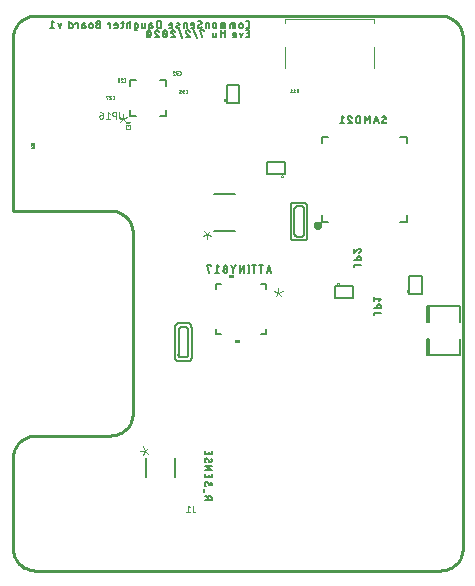
<source format=gbr>
G04 EAGLE Gerber RS-274X export*
G75*
%MOMM*%
%FSLAX34Y34*%
%LPD*%
%INSilkscreen Bottom*%
%IPPOS*%
%AMOC8*
5,1,8,0,0,1.08239X$1,22.5*%
G01*
%ADD10C,0.152400*%
%ADD11C,0.076200*%
%ADD12C,0.100000*%
%ADD13C,0.406400*%
%ADD14C,0.127000*%
%ADD15C,0.101600*%
%ADD16C,0.203200*%
%ADD17C,0.050800*%
%ADD18C,0.150000*%
%ADD19C,0.025400*%
%ADD20C,0.254000*%

G36*
X187327Y247398D02*
X187327Y247398D01*
X187329Y247397D01*
X187372Y247417D01*
X187416Y247435D01*
X187416Y247437D01*
X187418Y247438D01*
X187451Y247523D01*
X187451Y250063D01*
X187450Y250065D01*
X187451Y250067D01*
X187431Y250110D01*
X187413Y250154D01*
X187411Y250154D01*
X187410Y250156D01*
X187325Y250189D01*
X183515Y250189D01*
X183513Y250188D01*
X183511Y250189D01*
X183468Y250169D01*
X183424Y250151D01*
X183424Y250149D01*
X183422Y250148D01*
X183389Y250063D01*
X183389Y247523D01*
X183390Y247521D01*
X183389Y247519D01*
X183409Y247476D01*
X183427Y247432D01*
X183429Y247432D01*
X183430Y247430D01*
X183515Y247397D01*
X187325Y247397D01*
X187327Y247398D01*
G37*
G36*
X192407Y192280D02*
X192407Y192280D01*
X192409Y192279D01*
X192452Y192299D01*
X192496Y192317D01*
X192496Y192319D01*
X192498Y192320D01*
X192531Y192405D01*
X192531Y194945D01*
X192530Y194947D01*
X192531Y194949D01*
X192511Y194992D01*
X192493Y195036D01*
X192491Y195036D01*
X192490Y195038D01*
X192405Y195071D01*
X188595Y195071D01*
X188593Y195070D01*
X188591Y195071D01*
X188548Y195051D01*
X188504Y195033D01*
X188504Y195031D01*
X188502Y195030D01*
X188469Y194945D01*
X188469Y192405D01*
X188470Y192403D01*
X188469Y192401D01*
X188489Y192358D01*
X188507Y192314D01*
X188509Y192314D01*
X188510Y192312D01*
X188595Y192279D01*
X192405Y192279D01*
X192407Y192280D01*
G37*
D10*
X312589Y380069D02*
X312591Y379998D01*
X312596Y379927D01*
X312606Y379857D01*
X312619Y379787D01*
X312635Y379718D01*
X312655Y379650D01*
X312679Y379583D01*
X312706Y379518D01*
X312737Y379454D01*
X312771Y379392D01*
X312808Y379331D01*
X312848Y379273D01*
X312891Y379216D01*
X312937Y379162D01*
X312986Y379111D01*
X313037Y379062D01*
X313091Y379016D01*
X313148Y378973D01*
X313206Y378933D01*
X313267Y378896D01*
X313329Y378862D01*
X313393Y378831D01*
X313458Y378804D01*
X313525Y378780D01*
X313593Y378760D01*
X313662Y378744D01*
X313732Y378731D01*
X313802Y378721D01*
X313873Y378716D01*
X313944Y378714D01*
X314047Y378716D01*
X314149Y378721D01*
X314252Y378731D01*
X314353Y378743D01*
X314455Y378760D01*
X314556Y378780D01*
X314655Y378804D01*
X314754Y378831D01*
X314852Y378862D01*
X314949Y378896D01*
X315045Y378934D01*
X315139Y378975D01*
X315231Y379020D01*
X315322Y379068D01*
X315411Y379119D01*
X315499Y379173D01*
X315584Y379230D01*
X315667Y379291D01*
X315748Y379354D01*
X315826Y379420D01*
X315903Y379489D01*
X315976Y379561D01*
X315807Y383455D02*
X315805Y383526D01*
X315800Y383597D01*
X315790Y383667D01*
X315777Y383737D01*
X315761Y383806D01*
X315741Y383874D01*
X315717Y383941D01*
X315690Y384006D01*
X315659Y384070D01*
X315625Y384133D01*
X315588Y384193D01*
X315548Y384251D01*
X315505Y384308D01*
X315459Y384362D01*
X315410Y384413D01*
X315359Y384462D01*
X315305Y384508D01*
X315248Y384551D01*
X315190Y384591D01*
X315130Y384628D01*
X315067Y384662D01*
X315003Y384693D01*
X314938Y384720D01*
X314871Y384744D01*
X314803Y384764D01*
X314734Y384780D01*
X314664Y384793D01*
X314594Y384803D01*
X314523Y384808D01*
X314452Y384810D01*
X314356Y384808D01*
X314260Y384803D01*
X314164Y384794D01*
X314069Y384781D01*
X313974Y384765D01*
X313880Y384745D01*
X313787Y384721D01*
X313695Y384694D01*
X313603Y384664D01*
X313513Y384630D01*
X313425Y384593D01*
X313338Y384552D01*
X313252Y384509D01*
X313168Y384462D01*
X313086Y384411D01*
X313006Y384358D01*
X312928Y384302D01*
X315130Y382270D02*
X315190Y382307D01*
X315249Y382348D01*
X315305Y382392D01*
X315359Y382439D01*
X315410Y382489D01*
X315459Y382541D01*
X315505Y382595D01*
X315549Y382652D01*
X315589Y382711D01*
X315626Y382772D01*
X315660Y382835D01*
X315690Y382900D01*
X315717Y382966D01*
X315741Y383033D01*
X315761Y383102D01*
X315777Y383171D01*
X315790Y383242D01*
X315800Y383312D01*
X315805Y383384D01*
X315807Y383455D01*
X313266Y381254D02*
X313206Y381217D01*
X313147Y381176D01*
X313091Y381132D01*
X313037Y381085D01*
X312986Y381035D01*
X312937Y380983D01*
X312891Y380929D01*
X312847Y380872D01*
X312807Y380813D01*
X312770Y380752D01*
X312736Y380689D01*
X312706Y380624D01*
X312679Y380558D01*
X312655Y380491D01*
X312635Y380422D01*
X312619Y380353D01*
X312606Y380282D01*
X312596Y380212D01*
X312591Y380140D01*
X312589Y380069D01*
X313267Y381254D02*
X315129Y382270D01*
X309685Y378714D02*
X307653Y384810D01*
X305621Y378714D01*
X306129Y380238D02*
X309177Y380238D01*
X302142Y378714D02*
X302142Y384810D01*
X300110Y381423D01*
X298078Y384810D01*
X298078Y378714D01*
X294031Y378714D02*
X294031Y384810D01*
X292337Y384810D01*
X292256Y384808D01*
X292176Y384802D01*
X292096Y384793D01*
X292017Y384779D01*
X291938Y384762D01*
X291860Y384741D01*
X291783Y384717D01*
X291708Y384689D01*
X291634Y384657D01*
X291561Y384622D01*
X291491Y384583D01*
X291422Y384541D01*
X291355Y384496D01*
X291290Y384448D01*
X291228Y384396D01*
X291169Y384342D01*
X291112Y384285D01*
X291058Y384226D01*
X291006Y384164D01*
X290958Y384099D01*
X290913Y384032D01*
X290871Y383964D01*
X290832Y383893D01*
X290797Y383820D01*
X290765Y383746D01*
X290737Y383671D01*
X290713Y383594D01*
X290692Y383516D01*
X290675Y383437D01*
X290661Y383358D01*
X290652Y383278D01*
X290646Y383198D01*
X290644Y383117D01*
X290644Y380407D01*
X290646Y380326D01*
X290652Y380246D01*
X290661Y380166D01*
X290675Y380087D01*
X290692Y380008D01*
X290713Y379930D01*
X290737Y379853D01*
X290765Y379778D01*
X290797Y379704D01*
X290832Y379631D01*
X290871Y379560D01*
X290913Y379492D01*
X290958Y379425D01*
X291006Y379360D01*
X291058Y379298D01*
X291112Y379239D01*
X291169Y379182D01*
X291228Y379128D01*
X291290Y379076D01*
X291355Y379028D01*
X291422Y378983D01*
X291491Y378941D01*
X291561Y378902D01*
X291634Y378867D01*
X291708Y378835D01*
X291783Y378807D01*
X291860Y378783D01*
X291938Y378762D01*
X292017Y378745D01*
X292096Y378731D01*
X292176Y378722D01*
X292256Y378716D01*
X292337Y378714D01*
X294031Y378714D01*
X285081Y384810D02*
X285004Y384808D01*
X284927Y384802D01*
X284850Y384792D01*
X284774Y384779D01*
X284699Y384761D01*
X284625Y384740D01*
X284552Y384715D01*
X284480Y384686D01*
X284410Y384654D01*
X284341Y384619D01*
X284275Y384579D01*
X284210Y384537D01*
X284148Y384491D01*
X284088Y384442D01*
X284031Y384391D01*
X283976Y384336D01*
X283925Y384279D01*
X283876Y384219D01*
X283830Y384157D01*
X283788Y384092D01*
X283748Y384026D01*
X283713Y383957D01*
X283681Y383887D01*
X283652Y383815D01*
X283627Y383742D01*
X283606Y383668D01*
X283588Y383593D01*
X283575Y383517D01*
X283565Y383440D01*
X283559Y383363D01*
X283557Y383286D01*
X285081Y384810D02*
X285166Y384808D01*
X285251Y384803D01*
X285335Y384793D01*
X285419Y384781D01*
X285502Y384764D01*
X285585Y384744D01*
X285666Y384720D01*
X285747Y384693D01*
X285826Y384663D01*
X285904Y384629D01*
X285980Y384591D01*
X286055Y384551D01*
X286127Y384507D01*
X286198Y384460D01*
X286267Y384410D01*
X286333Y384357D01*
X286397Y384302D01*
X286459Y384243D01*
X286518Y384182D01*
X286574Y384119D01*
X286628Y384053D01*
X286678Y383984D01*
X286726Y383914D01*
X286770Y383842D01*
X286812Y383768D01*
X286850Y383692D01*
X286885Y383614D01*
X286916Y383535D01*
X286944Y383455D01*
X284065Y382101D02*
X284010Y382156D01*
X283957Y382213D01*
X283908Y382273D01*
X283861Y382336D01*
X283817Y382400D01*
X283777Y382467D01*
X283739Y382535D01*
X283705Y382606D01*
X283674Y382677D01*
X283647Y382750D01*
X283623Y382824D01*
X283603Y382900D01*
X283587Y382976D01*
X283574Y383053D01*
X283564Y383130D01*
X283559Y383208D01*
X283557Y383286D01*
X284065Y382101D02*
X286944Y378714D01*
X283557Y378714D01*
X280086Y383455D02*
X278393Y384810D01*
X278393Y378714D01*
X280086Y378714D02*
X276699Y378714D01*
X216916Y258318D02*
X218948Y252222D01*
X214884Y252222D02*
X216916Y258318D01*
X215392Y253746D02*
X218440Y253746D01*
X210515Y252222D02*
X210515Y258318D01*
X208822Y258318D02*
X212209Y258318D01*
X204572Y258318D02*
X204572Y252222D01*
X206265Y258318D02*
X202878Y258318D01*
X199542Y258318D02*
X199542Y252222D01*
X198865Y252222D02*
X200220Y252222D01*
X200220Y258318D02*
X198865Y258318D01*
X195521Y258318D02*
X195521Y252222D01*
X192134Y252222D02*
X195521Y258318D01*
X192134Y258318D02*
X192134Y252222D01*
X186741Y255439D02*
X188773Y258318D01*
X186741Y255439D02*
X184709Y258318D01*
X186741Y255439D02*
X186741Y252222D01*
X181576Y253915D02*
X181574Y253996D01*
X181568Y254076D01*
X181559Y254156D01*
X181545Y254235D01*
X181528Y254314D01*
X181507Y254392D01*
X181483Y254469D01*
X181455Y254544D01*
X181423Y254618D01*
X181388Y254691D01*
X181349Y254762D01*
X181307Y254830D01*
X181262Y254897D01*
X181214Y254962D01*
X181162Y255024D01*
X181108Y255083D01*
X181051Y255140D01*
X180992Y255194D01*
X180930Y255246D01*
X180865Y255294D01*
X180798Y255339D01*
X180730Y255381D01*
X180659Y255420D01*
X180586Y255455D01*
X180512Y255487D01*
X180437Y255515D01*
X180360Y255539D01*
X180282Y255560D01*
X180203Y255577D01*
X180124Y255591D01*
X180044Y255600D01*
X179964Y255606D01*
X179883Y255608D01*
X179802Y255606D01*
X179722Y255600D01*
X179642Y255591D01*
X179563Y255577D01*
X179484Y255560D01*
X179406Y255539D01*
X179329Y255515D01*
X179254Y255487D01*
X179180Y255455D01*
X179107Y255420D01*
X179037Y255381D01*
X178968Y255339D01*
X178901Y255294D01*
X178836Y255246D01*
X178774Y255194D01*
X178715Y255140D01*
X178658Y255083D01*
X178604Y255024D01*
X178552Y254962D01*
X178504Y254897D01*
X178459Y254830D01*
X178417Y254762D01*
X178378Y254691D01*
X178343Y254618D01*
X178311Y254544D01*
X178283Y254469D01*
X178259Y254392D01*
X178238Y254314D01*
X178221Y254235D01*
X178207Y254156D01*
X178198Y254076D01*
X178192Y253996D01*
X178190Y253915D01*
X178192Y253834D01*
X178198Y253754D01*
X178207Y253674D01*
X178221Y253595D01*
X178238Y253516D01*
X178259Y253438D01*
X178283Y253361D01*
X178311Y253286D01*
X178343Y253212D01*
X178378Y253139D01*
X178417Y253069D01*
X178459Y253000D01*
X178504Y252933D01*
X178552Y252868D01*
X178604Y252806D01*
X178658Y252747D01*
X178715Y252690D01*
X178774Y252636D01*
X178836Y252584D01*
X178901Y252536D01*
X178968Y252491D01*
X179037Y252449D01*
X179107Y252410D01*
X179180Y252375D01*
X179254Y252343D01*
X179329Y252315D01*
X179406Y252291D01*
X179484Y252270D01*
X179563Y252253D01*
X179642Y252239D01*
X179722Y252230D01*
X179802Y252224D01*
X179883Y252222D01*
X179964Y252224D01*
X180044Y252230D01*
X180124Y252239D01*
X180203Y252253D01*
X180282Y252270D01*
X180360Y252291D01*
X180437Y252315D01*
X180512Y252343D01*
X180586Y252375D01*
X180659Y252410D01*
X180730Y252449D01*
X180798Y252491D01*
X180865Y252536D01*
X180930Y252584D01*
X180992Y252636D01*
X181051Y252690D01*
X181108Y252747D01*
X181162Y252806D01*
X181214Y252868D01*
X181262Y252933D01*
X181307Y253000D01*
X181349Y253069D01*
X181388Y253139D01*
X181423Y253212D01*
X181455Y253286D01*
X181483Y253361D01*
X181507Y253438D01*
X181528Y253516D01*
X181545Y253595D01*
X181559Y253674D01*
X181568Y253754D01*
X181574Y253834D01*
X181576Y253915D01*
X181238Y256963D02*
X181236Y257035D01*
X181230Y257107D01*
X181221Y257179D01*
X181207Y257249D01*
X181190Y257320D01*
X181169Y257389D01*
X181145Y257456D01*
X181117Y257523D01*
X181085Y257588D01*
X181050Y257651D01*
X181012Y257712D01*
X180971Y257771D01*
X180926Y257828D01*
X180879Y257882D01*
X180828Y257934D01*
X180775Y257983D01*
X180720Y258029D01*
X180662Y258072D01*
X180602Y258112D01*
X180540Y258148D01*
X180476Y258182D01*
X180410Y258211D01*
X180343Y258238D01*
X180274Y258260D01*
X180205Y258279D01*
X180134Y258295D01*
X180063Y258306D01*
X179991Y258314D01*
X179919Y258318D01*
X179847Y258318D01*
X179775Y258314D01*
X179703Y258306D01*
X179632Y258295D01*
X179561Y258279D01*
X179492Y258260D01*
X179423Y258238D01*
X179356Y258211D01*
X179290Y258182D01*
X179226Y258148D01*
X179164Y258112D01*
X179104Y258072D01*
X179046Y258029D01*
X178991Y257983D01*
X178938Y257934D01*
X178887Y257882D01*
X178840Y257828D01*
X178795Y257771D01*
X178754Y257712D01*
X178716Y257651D01*
X178681Y257588D01*
X178649Y257523D01*
X178621Y257456D01*
X178597Y257389D01*
X178576Y257320D01*
X178559Y257249D01*
X178545Y257179D01*
X178536Y257107D01*
X178530Y257035D01*
X178528Y256963D01*
X178530Y256891D01*
X178536Y256819D01*
X178545Y256747D01*
X178559Y256677D01*
X178576Y256606D01*
X178597Y256537D01*
X178621Y256470D01*
X178649Y256403D01*
X178681Y256338D01*
X178716Y256275D01*
X178754Y256214D01*
X178795Y256155D01*
X178840Y256098D01*
X178887Y256044D01*
X178938Y255992D01*
X178991Y255943D01*
X179046Y255897D01*
X179104Y255854D01*
X179164Y255814D01*
X179226Y255778D01*
X179290Y255744D01*
X179356Y255715D01*
X179423Y255688D01*
X179492Y255666D01*
X179561Y255647D01*
X179632Y255631D01*
X179703Y255620D01*
X179775Y255612D01*
X179847Y255608D01*
X179919Y255608D01*
X179991Y255612D01*
X180063Y255620D01*
X180134Y255631D01*
X180205Y255647D01*
X180274Y255666D01*
X180343Y255688D01*
X180410Y255715D01*
X180476Y255744D01*
X180540Y255778D01*
X180602Y255814D01*
X180662Y255854D01*
X180720Y255897D01*
X180775Y255943D01*
X180828Y255992D01*
X180879Y256044D01*
X180926Y256098D01*
X180971Y256155D01*
X181012Y256214D01*
X181050Y256275D01*
X181085Y256338D01*
X181117Y256403D01*
X181145Y256470D01*
X181169Y256537D01*
X181190Y256606D01*
X181207Y256677D01*
X181221Y256747D01*
X181230Y256819D01*
X181236Y256891D01*
X181238Y256963D01*
X174718Y256963D02*
X173025Y258318D01*
X173025Y252222D01*
X174718Y252222D02*
X171332Y252222D01*
X167860Y257641D02*
X167860Y258318D01*
X164474Y258318D01*
X166167Y252222D01*
X197510Y459486D02*
X198865Y459486D01*
X198936Y459488D01*
X199007Y459493D01*
X199077Y459503D01*
X199147Y459516D01*
X199216Y459532D01*
X199284Y459552D01*
X199351Y459576D01*
X199416Y459603D01*
X199480Y459634D01*
X199543Y459668D01*
X199603Y459705D01*
X199661Y459745D01*
X199718Y459788D01*
X199772Y459834D01*
X199823Y459883D01*
X199872Y459934D01*
X199918Y459988D01*
X199961Y460045D01*
X200001Y460103D01*
X200038Y460164D01*
X200072Y460226D01*
X200103Y460290D01*
X200130Y460355D01*
X200154Y460422D01*
X200174Y460490D01*
X200190Y460559D01*
X200203Y460629D01*
X200213Y460699D01*
X200218Y460770D01*
X200220Y460841D01*
X200220Y464227D01*
X200218Y464300D01*
X200212Y464373D01*
X200202Y464446D01*
X200188Y464518D01*
X200171Y464589D01*
X200149Y464660D01*
X200124Y464729D01*
X200095Y464796D01*
X200062Y464862D01*
X200026Y464926D01*
X199987Y464987D01*
X199944Y465047D01*
X199898Y465104D01*
X199849Y465159D01*
X199797Y465211D01*
X199742Y465260D01*
X199685Y465306D01*
X199625Y465348D01*
X199564Y465388D01*
X199500Y465424D01*
X199434Y465457D01*
X199367Y465486D01*
X199298Y465511D01*
X199228Y465533D01*
X199156Y465550D01*
X199084Y465564D01*
X199012Y465574D01*
X198938Y465580D01*
X198865Y465582D01*
X197510Y465582D01*
X194588Y462195D02*
X194588Y460841D01*
X194589Y462195D02*
X194587Y462267D01*
X194581Y462339D01*
X194572Y462411D01*
X194558Y462481D01*
X194541Y462552D01*
X194520Y462621D01*
X194496Y462688D01*
X194468Y462755D01*
X194436Y462820D01*
X194401Y462883D01*
X194363Y462944D01*
X194322Y463003D01*
X194277Y463060D01*
X194230Y463114D01*
X194179Y463166D01*
X194126Y463215D01*
X194071Y463261D01*
X194013Y463304D01*
X193953Y463344D01*
X193891Y463380D01*
X193827Y463414D01*
X193761Y463443D01*
X193694Y463470D01*
X193625Y463492D01*
X193556Y463511D01*
X193485Y463527D01*
X193414Y463538D01*
X193342Y463546D01*
X193270Y463550D01*
X193198Y463550D01*
X193126Y463546D01*
X193054Y463538D01*
X192983Y463527D01*
X192912Y463511D01*
X192843Y463492D01*
X192774Y463470D01*
X192707Y463443D01*
X192641Y463414D01*
X192577Y463380D01*
X192515Y463344D01*
X192455Y463304D01*
X192397Y463261D01*
X192342Y463215D01*
X192289Y463166D01*
X192238Y463114D01*
X192191Y463060D01*
X192146Y463003D01*
X192105Y462944D01*
X192067Y462883D01*
X192032Y462820D01*
X192000Y462755D01*
X191972Y462688D01*
X191948Y462621D01*
X191927Y462552D01*
X191910Y462481D01*
X191896Y462411D01*
X191887Y462339D01*
X191881Y462267D01*
X191879Y462195D01*
X191879Y460841D01*
X191881Y460769D01*
X191887Y460697D01*
X191896Y460625D01*
X191910Y460555D01*
X191927Y460484D01*
X191948Y460415D01*
X191972Y460348D01*
X192000Y460281D01*
X192032Y460216D01*
X192067Y460153D01*
X192105Y460092D01*
X192146Y460033D01*
X192191Y459976D01*
X192238Y459922D01*
X192289Y459870D01*
X192342Y459821D01*
X192397Y459775D01*
X192455Y459732D01*
X192515Y459692D01*
X192577Y459656D01*
X192641Y459622D01*
X192707Y459593D01*
X192774Y459566D01*
X192843Y459544D01*
X192912Y459525D01*
X192983Y459509D01*
X193054Y459498D01*
X193126Y459490D01*
X193198Y459486D01*
X193270Y459486D01*
X193342Y459490D01*
X193414Y459498D01*
X193485Y459509D01*
X193556Y459525D01*
X193625Y459544D01*
X193694Y459566D01*
X193761Y459593D01*
X193827Y459622D01*
X193891Y459656D01*
X193953Y459692D01*
X194013Y459732D01*
X194071Y459775D01*
X194126Y459821D01*
X194179Y459870D01*
X194230Y459922D01*
X194277Y459976D01*
X194322Y460033D01*
X194363Y460092D01*
X194401Y460153D01*
X194436Y460216D01*
X194468Y460281D01*
X194496Y460348D01*
X194520Y460415D01*
X194541Y460484D01*
X194558Y460555D01*
X194572Y460625D01*
X194581Y460697D01*
X194587Y460769D01*
X194589Y460841D01*
X188179Y459486D02*
X188179Y463550D01*
X185131Y463550D01*
X185070Y463548D01*
X185009Y463543D01*
X184948Y463533D01*
X184888Y463520D01*
X184829Y463504D01*
X184771Y463484D01*
X184714Y463460D01*
X184659Y463434D01*
X184605Y463403D01*
X184554Y463370D01*
X184504Y463334D01*
X184457Y463294D01*
X184413Y463252D01*
X184371Y463208D01*
X184331Y463161D01*
X184295Y463111D01*
X184262Y463060D01*
X184231Y463006D01*
X184205Y462951D01*
X184181Y462894D01*
X184161Y462836D01*
X184145Y462777D01*
X184132Y462717D01*
X184122Y462656D01*
X184117Y462595D01*
X184115Y462534D01*
X184115Y459486D01*
X186147Y459486D02*
X186147Y463550D01*
X179950Y463550D02*
X179950Y459486D01*
X179950Y463550D02*
X176902Y463550D01*
X176841Y463548D01*
X176780Y463543D01*
X176719Y463533D01*
X176659Y463520D01*
X176600Y463504D01*
X176542Y463484D01*
X176485Y463460D01*
X176430Y463434D01*
X176376Y463403D01*
X176325Y463370D01*
X176275Y463334D01*
X176228Y463294D01*
X176184Y463252D01*
X176142Y463208D01*
X176102Y463161D01*
X176066Y463111D01*
X176033Y463060D01*
X176002Y463006D01*
X175976Y462951D01*
X175952Y462894D01*
X175932Y462836D01*
X175916Y462777D01*
X175903Y462717D01*
X175893Y462656D01*
X175888Y462595D01*
X175886Y462534D01*
X175886Y459486D01*
X177918Y459486D02*
X177918Y463550D01*
X172186Y462195D02*
X172186Y460841D01*
X172186Y462195D02*
X172184Y462267D01*
X172178Y462339D01*
X172169Y462411D01*
X172155Y462481D01*
X172138Y462552D01*
X172117Y462621D01*
X172093Y462688D01*
X172065Y462755D01*
X172033Y462820D01*
X171998Y462883D01*
X171960Y462944D01*
X171919Y463003D01*
X171874Y463060D01*
X171827Y463114D01*
X171776Y463166D01*
X171723Y463215D01*
X171668Y463261D01*
X171610Y463304D01*
X171550Y463344D01*
X171488Y463380D01*
X171424Y463414D01*
X171358Y463443D01*
X171291Y463470D01*
X171222Y463492D01*
X171153Y463511D01*
X171082Y463527D01*
X171011Y463538D01*
X170939Y463546D01*
X170867Y463550D01*
X170795Y463550D01*
X170723Y463546D01*
X170651Y463538D01*
X170580Y463527D01*
X170509Y463511D01*
X170440Y463492D01*
X170371Y463470D01*
X170304Y463443D01*
X170238Y463414D01*
X170174Y463380D01*
X170112Y463344D01*
X170052Y463304D01*
X169994Y463261D01*
X169939Y463215D01*
X169886Y463166D01*
X169835Y463114D01*
X169788Y463060D01*
X169743Y463003D01*
X169702Y462944D01*
X169664Y462883D01*
X169629Y462820D01*
X169597Y462755D01*
X169569Y462688D01*
X169545Y462621D01*
X169524Y462552D01*
X169507Y462481D01*
X169493Y462411D01*
X169484Y462339D01*
X169478Y462267D01*
X169476Y462195D01*
X169476Y460841D01*
X169478Y460769D01*
X169484Y460697D01*
X169493Y460625D01*
X169507Y460555D01*
X169524Y460484D01*
X169545Y460415D01*
X169569Y460348D01*
X169597Y460281D01*
X169629Y460216D01*
X169664Y460153D01*
X169702Y460092D01*
X169743Y460033D01*
X169788Y459976D01*
X169835Y459922D01*
X169886Y459870D01*
X169939Y459821D01*
X169994Y459775D01*
X170052Y459732D01*
X170112Y459692D01*
X170174Y459656D01*
X170238Y459622D01*
X170304Y459593D01*
X170371Y459566D01*
X170440Y459544D01*
X170509Y459525D01*
X170580Y459509D01*
X170651Y459498D01*
X170723Y459490D01*
X170795Y459486D01*
X170867Y459486D01*
X170939Y459490D01*
X171011Y459498D01*
X171082Y459509D01*
X171153Y459525D01*
X171222Y459544D01*
X171291Y459566D01*
X171358Y459593D01*
X171424Y459622D01*
X171488Y459656D01*
X171550Y459692D01*
X171610Y459732D01*
X171668Y459775D01*
X171723Y459821D01*
X171776Y459870D01*
X171827Y459922D01*
X171874Y459976D01*
X171919Y460033D01*
X171960Y460092D01*
X171998Y460153D01*
X172033Y460216D01*
X172065Y460281D01*
X172093Y460348D01*
X172117Y460415D01*
X172138Y460484D01*
X172155Y460555D01*
X172169Y460625D01*
X172178Y460697D01*
X172184Y460769D01*
X172186Y460841D01*
X166014Y459486D02*
X166014Y463550D01*
X164320Y463550D01*
X164259Y463548D01*
X164198Y463543D01*
X164137Y463533D01*
X164077Y463520D01*
X164018Y463504D01*
X163960Y463484D01*
X163903Y463460D01*
X163848Y463434D01*
X163794Y463403D01*
X163743Y463370D01*
X163693Y463334D01*
X163646Y463294D01*
X163602Y463252D01*
X163560Y463208D01*
X163520Y463161D01*
X163484Y463111D01*
X163451Y463060D01*
X163420Y463006D01*
X163394Y462951D01*
X163370Y462894D01*
X163350Y462836D01*
X163334Y462777D01*
X163321Y462717D01*
X163311Y462656D01*
X163306Y462595D01*
X163304Y462534D01*
X163304Y459486D01*
X157919Y459486D02*
X157848Y459488D01*
X157777Y459493D01*
X157707Y459503D01*
X157637Y459516D01*
X157568Y459532D01*
X157500Y459552D01*
X157433Y459576D01*
X157368Y459603D01*
X157304Y459634D01*
X157242Y459668D01*
X157181Y459705D01*
X157123Y459745D01*
X157066Y459788D01*
X157012Y459834D01*
X156961Y459883D01*
X156912Y459934D01*
X156866Y459988D01*
X156823Y460045D01*
X156783Y460103D01*
X156746Y460164D01*
X156712Y460226D01*
X156681Y460290D01*
X156654Y460355D01*
X156630Y460422D01*
X156610Y460490D01*
X156594Y460559D01*
X156581Y460629D01*
X156571Y460699D01*
X156566Y460770D01*
X156564Y460841D01*
X157919Y459486D02*
X158022Y459488D01*
X158124Y459493D01*
X158227Y459503D01*
X158328Y459515D01*
X158430Y459532D01*
X158531Y459552D01*
X158630Y459576D01*
X158729Y459603D01*
X158827Y459634D01*
X158924Y459668D01*
X159020Y459706D01*
X159114Y459747D01*
X159206Y459792D01*
X159297Y459840D01*
X159386Y459891D01*
X159474Y459945D01*
X159559Y460002D01*
X159642Y460063D01*
X159723Y460126D01*
X159801Y460192D01*
X159878Y460261D01*
X159951Y460333D01*
X159782Y464227D02*
X159780Y464298D01*
X159775Y464369D01*
X159765Y464439D01*
X159752Y464509D01*
X159736Y464578D01*
X159716Y464646D01*
X159692Y464713D01*
X159665Y464778D01*
X159634Y464842D01*
X159600Y464905D01*
X159563Y464965D01*
X159523Y465023D01*
X159480Y465080D01*
X159434Y465134D01*
X159385Y465185D01*
X159334Y465234D01*
X159280Y465280D01*
X159223Y465323D01*
X159165Y465363D01*
X159105Y465400D01*
X159042Y465434D01*
X158978Y465465D01*
X158913Y465492D01*
X158846Y465516D01*
X158778Y465536D01*
X158709Y465552D01*
X158639Y465565D01*
X158569Y465575D01*
X158498Y465580D01*
X158427Y465582D01*
X158331Y465580D01*
X158235Y465575D01*
X158139Y465566D01*
X158044Y465553D01*
X157949Y465537D01*
X157855Y465517D01*
X157762Y465493D01*
X157670Y465466D01*
X157578Y465436D01*
X157488Y465402D01*
X157400Y465365D01*
X157313Y465324D01*
X157227Y465281D01*
X157143Y465234D01*
X157061Y465183D01*
X156981Y465130D01*
X156903Y465074D01*
X159105Y463042D02*
X159165Y463079D01*
X159224Y463120D01*
X159280Y463164D01*
X159334Y463211D01*
X159385Y463261D01*
X159434Y463313D01*
X159480Y463367D01*
X159524Y463424D01*
X159564Y463483D01*
X159601Y463544D01*
X159635Y463607D01*
X159665Y463672D01*
X159692Y463738D01*
X159716Y463805D01*
X159736Y463874D01*
X159752Y463943D01*
X159765Y464014D01*
X159775Y464084D01*
X159780Y464156D01*
X159782Y464227D01*
X157242Y462026D02*
X157182Y461989D01*
X157123Y461948D01*
X157067Y461904D01*
X157013Y461857D01*
X156962Y461807D01*
X156913Y461755D01*
X156867Y461701D01*
X156823Y461644D01*
X156783Y461585D01*
X156746Y461524D01*
X156712Y461461D01*
X156682Y461396D01*
X156655Y461330D01*
X156631Y461263D01*
X156611Y461194D01*
X156595Y461125D01*
X156582Y461054D01*
X156572Y460984D01*
X156567Y460912D01*
X156565Y460841D01*
X157242Y462026D02*
X159105Y463042D01*
X152425Y459486D02*
X150731Y459486D01*
X152425Y459486D02*
X152486Y459488D01*
X152547Y459493D01*
X152608Y459503D01*
X152668Y459516D01*
X152727Y459532D01*
X152785Y459552D01*
X152842Y459576D01*
X152897Y459602D01*
X152951Y459633D01*
X153002Y459666D01*
X153052Y459702D01*
X153099Y459742D01*
X153143Y459784D01*
X153185Y459828D01*
X153225Y459875D01*
X153261Y459925D01*
X153294Y459976D01*
X153325Y460030D01*
X153351Y460085D01*
X153375Y460142D01*
X153395Y460200D01*
X153411Y460259D01*
X153424Y460319D01*
X153434Y460380D01*
X153439Y460441D01*
X153441Y460502D01*
X153441Y462195D01*
X153439Y462267D01*
X153433Y462339D01*
X153424Y462411D01*
X153410Y462481D01*
X153393Y462552D01*
X153372Y462621D01*
X153348Y462688D01*
X153320Y462755D01*
X153288Y462820D01*
X153253Y462883D01*
X153215Y462944D01*
X153174Y463003D01*
X153129Y463060D01*
X153082Y463114D01*
X153031Y463166D01*
X152978Y463215D01*
X152923Y463261D01*
X152865Y463304D01*
X152805Y463344D01*
X152743Y463380D01*
X152679Y463414D01*
X152613Y463443D01*
X152546Y463470D01*
X152477Y463492D01*
X152408Y463511D01*
X152337Y463527D01*
X152266Y463538D01*
X152194Y463546D01*
X152122Y463550D01*
X152050Y463550D01*
X151978Y463546D01*
X151906Y463538D01*
X151835Y463527D01*
X151764Y463511D01*
X151695Y463492D01*
X151626Y463470D01*
X151559Y463443D01*
X151493Y463414D01*
X151429Y463380D01*
X151367Y463344D01*
X151307Y463304D01*
X151249Y463261D01*
X151194Y463215D01*
X151141Y463166D01*
X151090Y463114D01*
X151043Y463060D01*
X150998Y463003D01*
X150957Y462944D01*
X150919Y462883D01*
X150884Y462820D01*
X150852Y462755D01*
X150824Y462688D01*
X150800Y462621D01*
X150779Y462552D01*
X150762Y462481D01*
X150748Y462411D01*
X150739Y462339D01*
X150733Y462267D01*
X150731Y462195D01*
X150731Y461518D01*
X153441Y461518D01*
X147268Y459486D02*
X147268Y463550D01*
X145575Y463550D01*
X145514Y463548D01*
X145453Y463543D01*
X145392Y463533D01*
X145332Y463520D01*
X145273Y463504D01*
X145215Y463484D01*
X145158Y463460D01*
X145103Y463434D01*
X145049Y463403D01*
X144998Y463370D01*
X144948Y463334D01*
X144901Y463294D01*
X144857Y463252D01*
X144815Y463208D01*
X144775Y463161D01*
X144739Y463111D01*
X144706Y463060D01*
X144675Y463006D01*
X144649Y462951D01*
X144625Y462894D01*
X144605Y462836D01*
X144589Y462777D01*
X144576Y462717D01*
X144566Y462656D01*
X144561Y462595D01*
X144559Y462534D01*
X144559Y459486D01*
X140588Y461857D02*
X138895Y461179D01*
X140588Y461857D02*
X140641Y461880D01*
X140693Y461907D01*
X140742Y461937D01*
X140790Y461970D01*
X140835Y462007D01*
X140878Y462046D01*
X140918Y462088D01*
X140955Y462133D01*
X140989Y462179D01*
X141020Y462229D01*
X141047Y462280D01*
X141072Y462332D01*
X141092Y462386D01*
X141109Y462442D01*
X141123Y462498D01*
X141132Y462556D01*
X141138Y462613D01*
X141140Y462671D01*
X141138Y462729D01*
X141132Y462787D01*
X141123Y462844D01*
X141110Y462901D01*
X141093Y462956D01*
X141072Y463010D01*
X141048Y463063D01*
X141021Y463114D01*
X140990Y463163D01*
X140956Y463210D01*
X140919Y463255D01*
X140879Y463297D01*
X140836Y463336D01*
X140791Y463373D01*
X140743Y463406D01*
X140694Y463436D01*
X140643Y463463D01*
X140589Y463487D01*
X140535Y463507D01*
X140479Y463523D01*
X140423Y463535D01*
X140365Y463544D01*
X140307Y463549D01*
X140249Y463550D01*
X140250Y463550D02*
X140129Y463546D01*
X140008Y463539D01*
X139888Y463527D01*
X139768Y463512D01*
X139649Y463494D01*
X139530Y463471D01*
X139412Y463445D01*
X139295Y463415D01*
X139178Y463381D01*
X139063Y463344D01*
X138950Y463303D01*
X138837Y463259D01*
X138726Y463211D01*
X138895Y461179D02*
X138842Y461156D01*
X138790Y461129D01*
X138741Y461099D01*
X138693Y461066D01*
X138648Y461029D01*
X138605Y460990D01*
X138565Y460948D01*
X138528Y460903D01*
X138494Y460857D01*
X138463Y460807D01*
X138436Y460756D01*
X138411Y460704D01*
X138391Y460650D01*
X138374Y460594D01*
X138360Y460538D01*
X138351Y460480D01*
X138345Y460423D01*
X138343Y460365D01*
X138345Y460307D01*
X138351Y460249D01*
X138360Y460192D01*
X138373Y460135D01*
X138390Y460080D01*
X138411Y460026D01*
X138435Y459973D01*
X138462Y459922D01*
X138493Y459873D01*
X138527Y459826D01*
X138564Y459781D01*
X138604Y459739D01*
X138647Y459700D01*
X138692Y459663D01*
X138740Y459630D01*
X138789Y459600D01*
X138840Y459573D01*
X138894Y459549D01*
X138948Y459530D01*
X139004Y459513D01*
X139060Y459501D01*
X139118Y459492D01*
X139176Y459487D01*
X139234Y459486D01*
X139234Y459487D02*
X139380Y459491D01*
X139526Y459498D01*
X139672Y459510D01*
X139818Y459525D01*
X139963Y459544D01*
X140107Y459566D01*
X140251Y459592D01*
X140394Y459622D01*
X140537Y459655D01*
X140678Y459693D01*
X140819Y459733D01*
X140958Y459777D01*
X141097Y459825D01*
X134137Y459486D02*
X132443Y459486D01*
X134137Y459486D02*
X134198Y459488D01*
X134259Y459493D01*
X134320Y459503D01*
X134380Y459516D01*
X134439Y459532D01*
X134497Y459552D01*
X134554Y459576D01*
X134609Y459602D01*
X134663Y459633D01*
X134714Y459666D01*
X134764Y459702D01*
X134811Y459742D01*
X134855Y459784D01*
X134897Y459828D01*
X134937Y459875D01*
X134973Y459925D01*
X135006Y459976D01*
X135037Y460030D01*
X135063Y460085D01*
X135087Y460142D01*
X135107Y460200D01*
X135123Y460259D01*
X135136Y460319D01*
X135146Y460380D01*
X135151Y460441D01*
X135153Y460502D01*
X135153Y462195D01*
X135151Y462267D01*
X135145Y462339D01*
X135136Y462411D01*
X135122Y462481D01*
X135105Y462552D01*
X135084Y462621D01*
X135060Y462688D01*
X135032Y462755D01*
X135000Y462820D01*
X134965Y462883D01*
X134927Y462944D01*
X134886Y463003D01*
X134841Y463060D01*
X134794Y463114D01*
X134743Y463166D01*
X134690Y463215D01*
X134635Y463261D01*
X134577Y463304D01*
X134517Y463344D01*
X134455Y463380D01*
X134391Y463414D01*
X134325Y463443D01*
X134258Y463470D01*
X134189Y463492D01*
X134120Y463511D01*
X134049Y463527D01*
X133978Y463538D01*
X133906Y463546D01*
X133834Y463550D01*
X133762Y463550D01*
X133690Y463546D01*
X133618Y463538D01*
X133547Y463527D01*
X133476Y463511D01*
X133407Y463492D01*
X133338Y463470D01*
X133271Y463443D01*
X133205Y463414D01*
X133141Y463380D01*
X133079Y463344D01*
X133019Y463304D01*
X132961Y463261D01*
X132906Y463215D01*
X132853Y463166D01*
X132802Y463114D01*
X132755Y463060D01*
X132710Y463003D01*
X132669Y462944D01*
X132631Y462883D01*
X132596Y462820D01*
X132564Y462755D01*
X132536Y462688D01*
X132512Y462621D01*
X132491Y462552D01*
X132474Y462481D01*
X132460Y462411D01*
X132451Y462339D01*
X132445Y462267D01*
X132443Y462195D01*
X132443Y461518D01*
X135153Y461518D01*
X125204Y459486D02*
X125204Y465582D01*
X123511Y465582D01*
X123430Y465580D01*
X123350Y465574D01*
X123270Y465565D01*
X123191Y465551D01*
X123112Y465534D01*
X123034Y465513D01*
X122957Y465489D01*
X122882Y465461D01*
X122808Y465429D01*
X122735Y465394D01*
X122665Y465355D01*
X122596Y465313D01*
X122529Y465268D01*
X122464Y465220D01*
X122402Y465168D01*
X122343Y465114D01*
X122286Y465057D01*
X122232Y464998D01*
X122180Y464936D01*
X122132Y464871D01*
X122087Y464804D01*
X122045Y464736D01*
X122006Y464665D01*
X121971Y464592D01*
X121939Y464518D01*
X121911Y464443D01*
X121887Y464366D01*
X121866Y464288D01*
X121849Y464209D01*
X121835Y464130D01*
X121826Y464050D01*
X121820Y463970D01*
X121818Y463889D01*
X121818Y461179D01*
X121820Y461098D01*
X121826Y461018D01*
X121835Y460938D01*
X121849Y460859D01*
X121866Y460780D01*
X121887Y460702D01*
X121911Y460625D01*
X121939Y460550D01*
X121971Y460476D01*
X122006Y460403D01*
X122045Y460332D01*
X122087Y460264D01*
X122132Y460197D01*
X122180Y460132D01*
X122232Y460070D01*
X122286Y460011D01*
X122343Y459954D01*
X122402Y459900D01*
X122464Y459848D01*
X122529Y459800D01*
X122596Y459755D01*
X122665Y459713D01*
X122735Y459674D01*
X122808Y459639D01*
X122882Y459607D01*
X122957Y459579D01*
X123034Y459555D01*
X123112Y459534D01*
X123191Y459517D01*
X123270Y459503D01*
X123350Y459494D01*
X123430Y459488D01*
X123511Y459486D01*
X125204Y459486D01*
X117113Y461857D02*
X115589Y461857D01*
X117113Y461856D02*
X117181Y461854D01*
X117248Y461848D01*
X117315Y461839D01*
X117381Y461825D01*
X117447Y461808D01*
X117511Y461787D01*
X117574Y461763D01*
X117636Y461734D01*
X117696Y461703D01*
X117754Y461668D01*
X117810Y461630D01*
X117863Y461588D01*
X117914Y461544D01*
X117963Y461497D01*
X118009Y461447D01*
X118051Y461395D01*
X118091Y461340D01*
X118128Y461283D01*
X118161Y461224D01*
X118191Y461163D01*
X118217Y461101D01*
X118240Y461037D01*
X118259Y460972D01*
X118274Y460906D01*
X118286Y460840D01*
X118294Y460772D01*
X118298Y460705D01*
X118298Y460637D01*
X118294Y460570D01*
X118286Y460502D01*
X118274Y460436D01*
X118259Y460370D01*
X118240Y460305D01*
X118217Y460241D01*
X118191Y460179D01*
X118161Y460118D01*
X118128Y460059D01*
X118091Y460002D01*
X118051Y459947D01*
X118009Y459895D01*
X117963Y459845D01*
X117914Y459798D01*
X117863Y459754D01*
X117810Y459712D01*
X117754Y459674D01*
X117696Y459639D01*
X117636Y459608D01*
X117574Y459579D01*
X117511Y459555D01*
X117447Y459534D01*
X117381Y459517D01*
X117315Y459503D01*
X117248Y459494D01*
X117181Y459488D01*
X117113Y459486D01*
X115589Y459486D01*
X115589Y462534D01*
X115591Y462595D01*
X115596Y462656D01*
X115606Y462717D01*
X115619Y462777D01*
X115635Y462836D01*
X115655Y462894D01*
X115679Y462951D01*
X115705Y463006D01*
X115736Y463060D01*
X115769Y463111D01*
X115805Y463161D01*
X115845Y463208D01*
X115887Y463252D01*
X115931Y463294D01*
X115978Y463334D01*
X116028Y463370D01*
X116079Y463403D01*
X116133Y463434D01*
X116188Y463460D01*
X116245Y463484D01*
X116303Y463504D01*
X116362Y463520D01*
X116422Y463533D01*
X116483Y463543D01*
X116544Y463548D01*
X116605Y463550D01*
X117960Y463550D01*
X111836Y463550D02*
X111836Y460502D01*
X111834Y460441D01*
X111829Y460380D01*
X111819Y460319D01*
X111806Y460259D01*
X111790Y460200D01*
X111770Y460142D01*
X111746Y460085D01*
X111720Y460030D01*
X111689Y459976D01*
X111656Y459925D01*
X111620Y459875D01*
X111580Y459828D01*
X111538Y459784D01*
X111494Y459742D01*
X111447Y459702D01*
X111397Y459666D01*
X111346Y459633D01*
X111292Y459602D01*
X111237Y459576D01*
X111180Y459552D01*
X111122Y459532D01*
X111063Y459516D01*
X111003Y459503D01*
X110942Y459493D01*
X110881Y459488D01*
X110820Y459486D01*
X109126Y459486D01*
X109126Y463550D01*
X104709Y459486D02*
X103016Y459486D01*
X104709Y459486D02*
X104770Y459488D01*
X104831Y459493D01*
X104892Y459503D01*
X104952Y459516D01*
X105011Y459532D01*
X105069Y459552D01*
X105126Y459576D01*
X105181Y459602D01*
X105235Y459633D01*
X105286Y459666D01*
X105336Y459702D01*
X105383Y459742D01*
X105427Y459784D01*
X105469Y459828D01*
X105509Y459875D01*
X105545Y459925D01*
X105578Y459976D01*
X105609Y460030D01*
X105635Y460085D01*
X105659Y460142D01*
X105679Y460200D01*
X105695Y460259D01*
X105708Y460319D01*
X105718Y460380D01*
X105723Y460441D01*
X105725Y460502D01*
X105725Y462534D01*
X105723Y462595D01*
X105718Y462656D01*
X105708Y462717D01*
X105695Y462777D01*
X105679Y462836D01*
X105659Y462894D01*
X105635Y462951D01*
X105609Y463006D01*
X105578Y463060D01*
X105545Y463111D01*
X105509Y463161D01*
X105469Y463208D01*
X105427Y463252D01*
X105383Y463294D01*
X105336Y463334D01*
X105286Y463370D01*
X105235Y463403D01*
X105181Y463434D01*
X105126Y463460D01*
X105069Y463484D01*
X105011Y463504D01*
X104952Y463520D01*
X104892Y463533D01*
X104831Y463543D01*
X104770Y463548D01*
X104709Y463550D01*
X103016Y463550D01*
X103016Y458470D01*
X103018Y458409D01*
X103023Y458348D01*
X103033Y458287D01*
X103046Y458227D01*
X103062Y458168D01*
X103082Y458110D01*
X103106Y458053D01*
X103132Y457998D01*
X103163Y457944D01*
X103196Y457893D01*
X103232Y457843D01*
X103272Y457796D01*
X103314Y457752D01*
X103358Y457710D01*
X103405Y457670D01*
X103455Y457634D01*
X103506Y457601D01*
X103560Y457570D01*
X103615Y457544D01*
X103672Y457520D01*
X103730Y457500D01*
X103789Y457484D01*
X103849Y457471D01*
X103910Y457461D01*
X103971Y457456D01*
X104032Y457454D01*
X105387Y457454D01*
X99263Y459486D02*
X99263Y465582D01*
X99263Y463550D02*
X97569Y463550D01*
X97508Y463548D01*
X97447Y463543D01*
X97386Y463533D01*
X97326Y463520D01*
X97267Y463504D01*
X97209Y463484D01*
X97152Y463460D01*
X97097Y463434D01*
X97043Y463403D01*
X96992Y463370D01*
X96942Y463334D01*
X96895Y463294D01*
X96851Y463252D01*
X96809Y463208D01*
X96769Y463161D01*
X96733Y463111D01*
X96700Y463060D01*
X96669Y463006D01*
X96643Y462951D01*
X96619Y462894D01*
X96599Y462836D01*
X96583Y462777D01*
X96570Y462717D01*
X96560Y462656D01*
X96555Y462595D01*
X96553Y462534D01*
X96553Y459486D01*
X93763Y463550D02*
X91731Y463550D01*
X93086Y465582D02*
X93086Y460502D01*
X93084Y460441D01*
X93079Y460380D01*
X93069Y460319D01*
X93056Y460259D01*
X93040Y460200D01*
X93020Y460142D01*
X92996Y460085D01*
X92970Y460030D01*
X92939Y459976D01*
X92906Y459925D01*
X92870Y459875D01*
X92830Y459828D01*
X92788Y459784D01*
X92744Y459742D01*
X92697Y459702D01*
X92647Y459666D01*
X92596Y459633D01*
X92542Y459602D01*
X92487Y459576D01*
X92430Y459552D01*
X92372Y459532D01*
X92313Y459516D01*
X92253Y459503D01*
X92192Y459493D01*
X92131Y459488D01*
X92070Y459486D01*
X91731Y459486D01*
X87731Y459486D02*
X86038Y459486D01*
X87731Y459486D02*
X87792Y459488D01*
X87853Y459493D01*
X87914Y459503D01*
X87974Y459516D01*
X88033Y459532D01*
X88091Y459552D01*
X88148Y459576D01*
X88203Y459602D01*
X88257Y459633D01*
X88308Y459666D01*
X88358Y459702D01*
X88405Y459742D01*
X88449Y459784D01*
X88491Y459828D01*
X88531Y459875D01*
X88567Y459925D01*
X88600Y459976D01*
X88631Y460030D01*
X88657Y460085D01*
X88681Y460142D01*
X88701Y460200D01*
X88717Y460259D01*
X88730Y460319D01*
X88740Y460380D01*
X88745Y460441D01*
X88747Y460502D01*
X88747Y462195D01*
X88748Y462195D02*
X88746Y462267D01*
X88740Y462339D01*
X88731Y462411D01*
X88717Y462481D01*
X88700Y462552D01*
X88679Y462621D01*
X88655Y462688D01*
X88627Y462755D01*
X88595Y462820D01*
X88560Y462883D01*
X88522Y462944D01*
X88481Y463003D01*
X88436Y463060D01*
X88389Y463114D01*
X88338Y463166D01*
X88285Y463215D01*
X88230Y463261D01*
X88172Y463304D01*
X88112Y463344D01*
X88050Y463380D01*
X87986Y463414D01*
X87920Y463443D01*
X87853Y463470D01*
X87784Y463492D01*
X87715Y463511D01*
X87644Y463527D01*
X87573Y463538D01*
X87501Y463546D01*
X87429Y463550D01*
X87357Y463550D01*
X87285Y463546D01*
X87213Y463538D01*
X87142Y463527D01*
X87071Y463511D01*
X87002Y463492D01*
X86933Y463470D01*
X86866Y463443D01*
X86800Y463414D01*
X86736Y463380D01*
X86674Y463344D01*
X86614Y463304D01*
X86556Y463261D01*
X86501Y463215D01*
X86448Y463166D01*
X86397Y463114D01*
X86350Y463060D01*
X86305Y463003D01*
X86264Y462944D01*
X86226Y462883D01*
X86191Y462820D01*
X86159Y462755D01*
X86131Y462688D01*
X86107Y462621D01*
X86086Y462552D01*
X86069Y462481D01*
X86055Y462411D01*
X86046Y462339D01*
X86040Y462267D01*
X86038Y462195D01*
X86038Y461518D01*
X88747Y461518D01*
X82505Y459486D02*
X82505Y463550D01*
X80473Y463550D01*
X80473Y462873D01*
X73821Y462873D02*
X72127Y462873D01*
X72127Y462872D02*
X72046Y462870D01*
X71966Y462864D01*
X71886Y462855D01*
X71807Y462841D01*
X71728Y462824D01*
X71650Y462803D01*
X71573Y462779D01*
X71498Y462751D01*
X71424Y462719D01*
X71351Y462684D01*
X71281Y462645D01*
X71212Y462603D01*
X71145Y462558D01*
X71080Y462510D01*
X71018Y462458D01*
X70959Y462404D01*
X70902Y462347D01*
X70848Y462288D01*
X70796Y462226D01*
X70748Y462161D01*
X70703Y462094D01*
X70661Y462026D01*
X70622Y461955D01*
X70587Y461882D01*
X70555Y461808D01*
X70527Y461733D01*
X70503Y461656D01*
X70482Y461578D01*
X70465Y461499D01*
X70451Y461420D01*
X70442Y461340D01*
X70436Y461260D01*
X70434Y461179D01*
X70436Y461098D01*
X70442Y461018D01*
X70451Y460938D01*
X70465Y460859D01*
X70482Y460780D01*
X70503Y460702D01*
X70527Y460625D01*
X70555Y460550D01*
X70587Y460476D01*
X70622Y460403D01*
X70661Y460333D01*
X70703Y460264D01*
X70748Y460197D01*
X70796Y460132D01*
X70848Y460070D01*
X70902Y460011D01*
X70959Y459954D01*
X71018Y459900D01*
X71080Y459848D01*
X71145Y459800D01*
X71212Y459755D01*
X71280Y459713D01*
X71351Y459674D01*
X71424Y459639D01*
X71498Y459607D01*
X71573Y459579D01*
X71650Y459555D01*
X71728Y459534D01*
X71807Y459517D01*
X71886Y459503D01*
X71966Y459494D01*
X72046Y459488D01*
X72127Y459486D01*
X73821Y459486D01*
X73821Y465582D01*
X72127Y465582D01*
X72055Y465580D01*
X71983Y465574D01*
X71911Y465565D01*
X71841Y465551D01*
X71770Y465534D01*
X71701Y465513D01*
X71634Y465489D01*
X71567Y465461D01*
X71502Y465429D01*
X71439Y465394D01*
X71378Y465356D01*
X71319Y465315D01*
X71262Y465270D01*
X71208Y465223D01*
X71156Y465172D01*
X71107Y465119D01*
X71061Y465064D01*
X71018Y465006D01*
X70978Y464946D01*
X70942Y464884D01*
X70908Y464820D01*
X70879Y464754D01*
X70852Y464687D01*
X70830Y464618D01*
X70811Y464549D01*
X70795Y464478D01*
X70784Y464407D01*
X70776Y464335D01*
X70772Y464263D01*
X70772Y464191D01*
X70776Y464119D01*
X70784Y464047D01*
X70795Y463976D01*
X70811Y463905D01*
X70830Y463836D01*
X70852Y463767D01*
X70879Y463700D01*
X70908Y463634D01*
X70942Y463570D01*
X70978Y463508D01*
X71018Y463448D01*
X71061Y463390D01*
X71107Y463335D01*
X71156Y463282D01*
X71208Y463231D01*
X71262Y463184D01*
X71319Y463139D01*
X71378Y463098D01*
X71439Y463060D01*
X71502Y463025D01*
X71567Y462993D01*
X71634Y462965D01*
X71701Y462941D01*
X71770Y462920D01*
X71841Y462903D01*
X71911Y462889D01*
X71983Y462880D01*
X72055Y462874D01*
X72127Y462872D01*
X67488Y462195D02*
X67488Y460841D01*
X67488Y462195D02*
X67486Y462267D01*
X67480Y462339D01*
X67471Y462411D01*
X67457Y462481D01*
X67440Y462552D01*
X67419Y462621D01*
X67395Y462688D01*
X67367Y462755D01*
X67335Y462820D01*
X67300Y462883D01*
X67262Y462944D01*
X67221Y463003D01*
X67176Y463060D01*
X67129Y463114D01*
X67078Y463166D01*
X67025Y463215D01*
X66970Y463261D01*
X66912Y463304D01*
X66852Y463344D01*
X66790Y463380D01*
X66726Y463414D01*
X66660Y463443D01*
X66593Y463470D01*
X66524Y463492D01*
X66455Y463511D01*
X66384Y463527D01*
X66313Y463538D01*
X66241Y463546D01*
X66169Y463550D01*
X66097Y463550D01*
X66025Y463546D01*
X65953Y463538D01*
X65882Y463527D01*
X65811Y463511D01*
X65742Y463492D01*
X65673Y463470D01*
X65606Y463443D01*
X65540Y463414D01*
X65476Y463380D01*
X65414Y463344D01*
X65354Y463304D01*
X65296Y463261D01*
X65241Y463215D01*
X65188Y463166D01*
X65137Y463114D01*
X65090Y463060D01*
X65045Y463003D01*
X65004Y462944D01*
X64966Y462883D01*
X64931Y462820D01*
X64899Y462755D01*
X64871Y462688D01*
X64847Y462621D01*
X64826Y462552D01*
X64809Y462481D01*
X64795Y462411D01*
X64786Y462339D01*
X64780Y462267D01*
X64778Y462195D01*
X64778Y460841D01*
X64780Y460769D01*
X64786Y460697D01*
X64795Y460625D01*
X64809Y460555D01*
X64826Y460484D01*
X64847Y460415D01*
X64871Y460348D01*
X64899Y460281D01*
X64931Y460216D01*
X64966Y460153D01*
X65004Y460092D01*
X65045Y460033D01*
X65090Y459976D01*
X65137Y459922D01*
X65188Y459870D01*
X65241Y459821D01*
X65296Y459775D01*
X65354Y459732D01*
X65414Y459692D01*
X65476Y459656D01*
X65540Y459622D01*
X65606Y459593D01*
X65673Y459566D01*
X65742Y459544D01*
X65811Y459525D01*
X65882Y459509D01*
X65953Y459498D01*
X66025Y459490D01*
X66097Y459486D01*
X66169Y459486D01*
X66241Y459490D01*
X66313Y459498D01*
X66384Y459509D01*
X66455Y459525D01*
X66524Y459544D01*
X66593Y459566D01*
X66660Y459593D01*
X66726Y459622D01*
X66790Y459656D01*
X66852Y459692D01*
X66912Y459732D01*
X66970Y459775D01*
X67025Y459821D01*
X67078Y459870D01*
X67129Y459922D01*
X67176Y459976D01*
X67221Y460033D01*
X67262Y460092D01*
X67300Y460153D01*
X67335Y460216D01*
X67367Y460281D01*
X67395Y460348D01*
X67419Y460415D01*
X67440Y460484D01*
X67457Y460555D01*
X67471Y460625D01*
X67480Y460697D01*
X67486Y460769D01*
X67488Y460841D01*
X60421Y461857D02*
X58897Y461857D01*
X60421Y461856D02*
X60489Y461854D01*
X60556Y461848D01*
X60623Y461839D01*
X60689Y461825D01*
X60755Y461808D01*
X60819Y461787D01*
X60882Y461763D01*
X60944Y461734D01*
X61004Y461703D01*
X61062Y461668D01*
X61118Y461630D01*
X61171Y461588D01*
X61222Y461544D01*
X61271Y461497D01*
X61317Y461447D01*
X61359Y461395D01*
X61399Y461340D01*
X61436Y461283D01*
X61469Y461224D01*
X61499Y461163D01*
X61525Y461101D01*
X61548Y461037D01*
X61567Y460972D01*
X61582Y460906D01*
X61594Y460840D01*
X61602Y460772D01*
X61606Y460705D01*
X61606Y460637D01*
X61602Y460570D01*
X61594Y460502D01*
X61582Y460436D01*
X61567Y460370D01*
X61548Y460305D01*
X61525Y460241D01*
X61499Y460179D01*
X61469Y460118D01*
X61436Y460059D01*
X61399Y460002D01*
X61359Y459947D01*
X61317Y459895D01*
X61271Y459845D01*
X61222Y459798D01*
X61171Y459754D01*
X61118Y459712D01*
X61062Y459674D01*
X61004Y459639D01*
X60944Y459608D01*
X60882Y459579D01*
X60819Y459555D01*
X60755Y459534D01*
X60689Y459517D01*
X60623Y459503D01*
X60556Y459494D01*
X60489Y459488D01*
X60421Y459486D01*
X58897Y459486D01*
X58897Y462534D01*
X58899Y462595D01*
X58904Y462656D01*
X58914Y462717D01*
X58927Y462777D01*
X58943Y462836D01*
X58963Y462894D01*
X58987Y462951D01*
X59013Y463006D01*
X59044Y463060D01*
X59077Y463111D01*
X59113Y463161D01*
X59153Y463208D01*
X59195Y463252D01*
X59239Y463294D01*
X59286Y463334D01*
X59336Y463370D01*
X59387Y463403D01*
X59441Y463434D01*
X59496Y463460D01*
X59553Y463484D01*
X59611Y463504D01*
X59670Y463520D01*
X59730Y463533D01*
X59791Y463543D01*
X59852Y463548D01*
X59913Y463550D01*
X61267Y463550D01*
X55074Y463550D02*
X55074Y459486D01*
X55074Y463550D02*
X53042Y463550D01*
X53042Y462873D01*
X47924Y465582D02*
X47924Y459486D01*
X49617Y459486D01*
X49678Y459488D01*
X49739Y459493D01*
X49800Y459503D01*
X49860Y459516D01*
X49919Y459532D01*
X49977Y459552D01*
X50034Y459576D01*
X50089Y459602D01*
X50143Y459633D01*
X50194Y459666D01*
X50244Y459702D01*
X50291Y459742D01*
X50335Y459784D01*
X50377Y459828D01*
X50417Y459875D01*
X50453Y459925D01*
X50486Y459976D01*
X50517Y460030D01*
X50543Y460085D01*
X50567Y460142D01*
X50587Y460200D01*
X50603Y460259D01*
X50616Y460319D01*
X50626Y460380D01*
X50631Y460441D01*
X50633Y460502D01*
X50633Y462534D01*
X50631Y462595D01*
X50626Y462656D01*
X50616Y462717D01*
X50603Y462777D01*
X50587Y462836D01*
X50567Y462894D01*
X50543Y462951D01*
X50517Y463006D01*
X50486Y463060D01*
X50453Y463111D01*
X50417Y463161D01*
X50377Y463208D01*
X50335Y463252D01*
X50291Y463294D01*
X50244Y463334D01*
X50194Y463370D01*
X50143Y463403D01*
X50089Y463434D01*
X50034Y463460D01*
X49977Y463484D01*
X49919Y463504D01*
X49860Y463520D01*
X49800Y463533D01*
X49739Y463543D01*
X49678Y463548D01*
X49617Y463550D01*
X47924Y463550D01*
X40970Y463550D02*
X39616Y459486D01*
X38261Y463550D01*
X35137Y464227D02*
X33443Y465582D01*
X33443Y459486D01*
X31750Y459486D02*
X35137Y459486D01*
X197510Y451409D02*
X200220Y451409D01*
X200220Y457505D01*
X197510Y457505D01*
X198188Y454795D02*
X200220Y454795D01*
X194876Y455473D02*
X193521Y451409D01*
X192166Y455473D01*
X188145Y451409D02*
X186451Y451409D01*
X188145Y451409D02*
X188206Y451411D01*
X188267Y451416D01*
X188328Y451426D01*
X188388Y451439D01*
X188447Y451455D01*
X188505Y451475D01*
X188562Y451499D01*
X188617Y451525D01*
X188671Y451556D01*
X188722Y451589D01*
X188772Y451625D01*
X188819Y451665D01*
X188863Y451707D01*
X188905Y451751D01*
X188945Y451798D01*
X188981Y451848D01*
X189014Y451899D01*
X189045Y451953D01*
X189071Y452008D01*
X189095Y452065D01*
X189115Y452123D01*
X189131Y452182D01*
X189144Y452242D01*
X189154Y452303D01*
X189159Y452364D01*
X189161Y452425D01*
X189161Y454118D01*
X189159Y454190D01*
X189153Y454262D01*
X189144Y454334D01*
X189130Y454404D01*
X189113Y454475D01*
X189092Y454544D01*
X189068Y454611D01*
X189040Y454678D01*
X189008Y454743D01*
X188973Y454806D01*
X188935Y454867D01*
X188894Y454926D01*
X188849Y454983D01*
X188802Y455037D01*
X188751Y455089D01*
X188698Y455138D01*
X188643Y455184D01*
X188585Y455227D01*
X188525Y455267D01*
X188463Y455303D01*
X188399Y455337D01*
X188333Y455366D01*
X188266Y455393D01*
X188197Y455415D01*
X188128Y455434D01*
X188057Y455450D01*
X187986Y455461D01*
X187914Y455469D01*
X187842Y455473D01*
X187770Y455473D01*
X187698Y455469D01*
X187626Y455461D01*
X187555Y455450D01*
X187484Y455434D01*
X187415Y455415D01*
X187346Y455393D01*
X187279Y455366D01*
X187213Y455337D01*
X187149Y455303D01*
X187087Y455267D01*
X187027Y455227D01*
X186969Y455184D01*
X186914Y455138D01*
X186861Y455089D01*
X186810Y455037D01*
X186763Y454983D01*
X186718Y454926D01*
X186677Y454867D01*
X186639Y454806D01*
X186604Y454743D01*
X186572Y454678D01*
X186544Y454611D01*
X186520Y454544D01*
X186499Y454475D01*
X186482Y454404D01*
X186468Y454334D01*
X186459Y454262D01*
X186453Y454190D01*
X186451Y454118D01*
X186451Y453441D01*
X189161Y453441D01*
X179212Y451409D02*
X179212Y457505D01*
X179212Y454795D02*
X175826Y454795D01*
X175826Y457505D02*
X175826Y451409D01*
X172016Y452425D02*
X172016Y455473D01*
X172016Y452425D02*
X172014Y452364D01*
X172009Y452303D01*
X171999Y452242D01*
X171986Y452182D01*
X171970Y452123D01*
X171950Y452065D01*
X171926Y452008D01*
X171900Y451953D01*
X171869Y451899D01*
X171836Y451848D01*
X171800Y451798D01*
X171760Y451751D01*
X171718Y451707D01*
X171674Y451665D01*
X171627Y451625D01*
X171577Y451589D01*
X171526Y451556D01*
X171472Y451525D01*
X171417Y451499D01*
X171360Y451475D01*
X171302Y451455D01*
X171243Y451439D01*
X171183Y451426D01*
X171122Y451416D01*
X171061Y451411D01*
X171000Y451409D01*
X169306Y451409D01*
X169306Y455473D01*
X162067Y456827D02*
X162067Y457505D01*
X158681Y457505D01*
X160374Y451409D01*
X155557Y450732D02*
X152847Y458182D01*
X147860Y457505D02*
X147783Y457503D01*
X147706Y457497D01*
X147629Y457487D01*
X147553Y457474D01*
X147478Y457456D01*
X147404Y457435D01*
X147331Y457410D01*
X147259Y457381D01*
X147189Y457349D01*
X147120Y457314D01*
X147054Y457274D01*
X146989Y457232D01*
X146927Y457186D01*
X146867Y457137D01*
X146810Y457086D01*
X146755Y457031D01*
X146704Y456974D01*
X146655Y456914D01*
X146609Y456852D01*
X146567Y456787D01*
X146527Y456721D01*
X146492Y456652D01*
X146460Y456582D01*
X146431Y456510D01*
X146406Y456437D01*
X146385Y456363D01*
X146367Y456288D01*
X146354Y456212D01*
X146344Y456135D01*
X146338Y456058D01*
X146336Y455981D01*
X147860Y457505D02*
X147945Y457503D01*
X148030Y457498D01*
X148114Y457488D01*
X148198Y457476D01*
X148281Y457459D01*
X148364Y457439D01*
X148445Y457415D01*
X148526Y457388D01*
X148605Y457358D01*
X148683Y457324D01*
X148759Y457286D01*
X148834Y457246D01*
X148906Y457202D01*
X148977Y457155D01*
X149046Y457105D01*
X149112Y457052D01*
X149176Y456997D01*
X149238Y456938D01*
X149297Y456877D01*
X149353Y456814D01*
X149407Y456748D01*
X149457Y456679D01*
X149505Y456609D01*
X149549Y456537D01*
X149591Y456463D01*
X149629Y456387D01*
X149664Y456309D01*
X149695Y456230D01*
X149723Y456150D01*
X146844Y454796D02*
X146789Y454851D01*
X146736Y454908D01*
X146687Y454968D01*
X146640Y455031D01*
X146596Y455095D01*
X146556Y455162D01*
X146518Y455230D01*
X146484Y455301D01*
X146453Y455372D01*
X146426Y455445D01*
X146402Y455519D01*
X146382Y455595D01*
X146366Y455671D01*
X146353Y455748D01*
X146343Y455825D01*
X146338Y455903D01*
X146336Y455981D01*
X146844Y454795D02*
X149723Y451409D01*
X146336Y451409D01*
X143212Y450732D02*
X140503Y458182D01*
X135516Y457505D02*
X135439Y457503D01*
X135362Y457497D01*
X135285Y457487D01*
X135209Y457474D01*
X135134Y457456D01*
X135060Y457435D01*
X134987Y457410D01*
X134915Y457381D01*
X134845Y457349D01*
X134776Y457314D01*
X134710Y457274D01*
X134645Y457232D01*
X134583Y457186D01*
X134523Y457137D01*
X134466Y457086D01*
X134411Y457031D01*
X134360Y456974D01*
X134311Y456914D01*
X134265Y456852D01*
X134223Y456787D01*
X134183Y456721D01*
X134148Y456652D01*
X134116Y456582D01*
X134087Y456510D01*
X134062Y456437D01*
X134041Y456363D01*
X134023Y456288D01*
X134010Y456212D01*
X134000Y456135D01*
X133994Y456058D01*
X133992Y455981D01*
X135516Y457505D02*
X135601Y457503D01*
X135686Y457498D01*
X135770Y457488D01*
X135854Y457476D01*
X135937Y457459D01*
X136020Y457439D01*
X136101Y457415D01*
X136182Y457388D01*
X136261Y457358D01*
X136339Y457324D01*
X136415Y457286D01*
X136490Y457246D01*
X136562Y457202D01*
X136633Y457155D01*
X136702Y457105D01*
X136768Y457052D01*
X136832Y456997D01*
X136894Y456938D01*
X136953Y456877D01*
X137009Y456814D01*
X137063Y456748D01*
X137113Y456679D01*
X137161Y456609D01*
X137205Y456537D01*
X137247Y456463D01*
X137285Y456387D01*
X137320Y456309D01*
X137351Y456230D01*
X137379Y456150D01*
X134500Y454796D02*
X134445Y454851D01*
X134392Y454908D01*
X134343Y454968D01*
X134296Y455031D01*
X134252Y455095D01*
X134212Y455162D01*
X134174Y455230D01*
X134140Y455301D01*
X134109Y455372D01*
X134082Y455445D01*
X134058Y455519D01*
X134038Y455595D01*
X134022Y455671D01*
X134009Y455748D01*
X133999Y455825D01*
X133994Y455903D01*
X133992Y455981D01*
X134500Y454795D02*
X137379Y451409D01*
X133992Y451409D01*
X130520Y454457D02*
X130518Y454591D01*
X130513Y454725D01*
X130504Y454859D01*
X130491Y454992D01*
X130475Y455125D01*
X130456Y455258D01*
X130433Y455390D01*
X130406Y455521D01*
X130376Y455652D01*
X130342Y455781D01*
X130305Y455910D01*
X130265Y456038D01*
X130221Y456165D01*
X130174Y456290D01*
X130123Y456414D01*
X130069Y456537D01*
X130012Y456658D01*
X129989Y456722D01*
X129962Y456784D01*
X129931Y456844D01*
X129898Y456903D01*
X129861Y456959D01*
X129822Y457014D01*
X129779Y457067D01*
X129734Y457117D01*
X129686Y457164D01*
X129635Y457209D01*
X129583Y457252D01*
X129528Y457291D01*
X129471Y457327D01*
X129412Y457360D01*
X129351Y457390D01*
X129289Y457417D01*
X129225Y457440D01*
X129161Y457460D01*
X129095Y457476D01*
X129029Y457489D01*
X128962Y457498D01*
X128895Y457503D01*
X128827Y457505D01*
X128759Y457503D01*
X128692Y457498D01*
X128625Y457489D01*
X128559Y457476D01*
X128493Y457460D01*
X128429Y457440D01*
X128365Y457417D01*
X128303Y457390D01*
X128242Y457360D01*
X128183Y457327D01*
X128126Y457291D01*
X128071Y457252D01*
X128019Y457209D01*
X127968Y457164D01*
X127920Y457117D01*
X127875Y457067D01*
X127832Y457014D01*
X127793Y456959D01*
X127756Y456903D01*
X127723Y456844D01*
X127692Y456784D01*
X127665Y456722D01*
X127642Y456658D01*
X127643Y456658D02*
X127586Y456537D01*
X127532Y456414D01*
X127481Y456290D01*
X127434Y456165D01*
X127390Y456038D01*
X127350Y455910D01*
X127313Y455781D01*
X127279Y455652D01*
X127249Y455521D01*
X127222Y455390D01*
X127199Y455258D01*
X127180Y455125D01*
X127164Y454992D01*
X127151Y454859D01*
X127142Y454725D01*
X127137Y454591D01*
X127135Y454457D01*
X130521Y454457D02*
X130519Y454323D01*
X130514Y454189D01*
X130505Y454055D01*
X130492Y453922D01*
X130476Y453789D01*
X130457Y453656D01*
X130434Y453524D01*
X130407Y453393D01*
X130377Y453262D01*
X130343Y453132D01*
X130306Y453004D01*
X130266Y452876D01*
X130222Y452749D01*
X130175Y452624D01*
X130124Y452500D01*
X130070Y452377D01*
X130013Y452256D01*
X130012Y452256D02*
X129989Y452192D01*
X129962Y452130D01*
X129931Y452070D01*
X129898Y452011D01*
X129861Y451955D01*
X129822Y451900D01*
X129779Y451847D01*
X129734Y451797D01*
X129686Y451750D01*
X129635Y451705D01*
X129583Y451662D01*
X129528Y451623D01*
X129471Y451587D01*
X129412Y451554D01*
X129351Y451524D01*
X129289Y451497D01*
X129225Y451474D01*
X129161Y451454D01*
X129095Y451438D01*
X129029Y451425D01*
X128962Y451416D01*
X128895Y451411D01*
X128827Y451409D01*
X127642Y452256D02*
X127585Y452377D01*
X127531Y452500D01*
X127480Y452624D01*
X127433Y452749D01*
X127389Y452876D01*
X127349Y453004D01*
X127312Y453132D01*
X127278Y453262D01*
X127248Y453393D01*
X127221Y453524D01*
X127198Y453656D01*
X127179Y453789D01*
X127163Y453922D01*
X127150Y454055D01*
X127141Y454189D01*
X127136Y454323D01*
X127134Y454457D01*
X127642Y452256D02*
X127665Y452192D01*
X127692Y452130D01*
X127723Y452070D01*
X127756Y452011D01*
X127793Y451955D01*
X127832Y451900D01*
X127875Y451847D01*
X127920Y451797D01*
X127968Y451750D01*
X128019Y451705D01*
X128071Y451662D01*
X128126Y451623D01*
X128184Y451587D01*
X128242Y451554D01*
X128303Y451524D01*
X128365Y451497D01*
X128429Y451474D01*
X128493Y451454D01*
X128559Y451438D01*
X128625Y451425D01*
X128692Y451416D01*
X128759Y451411D01*
X128827Y451409D01*
X130182Y452763D02*
X127473Y456150D01*
X121800Y457505D02*
X121723Y457503D01*
X121646Y457497D01*
X121569Y457487D01*
X121493Y457474D01*
X121418Y457456D01*
X121344Y457435D01*
X121271Y457410D01*
X121199Y457381D01*
X121129Y457349D01*
X121060Y457314D01*
X120994Y457274D01*
X120929Y457232D01*
X120867Y457186D01*
X120807Y457137D01*
X120750Y457086D01*
X120695Y457031D01*
X120644Y456974D01*
X120595Y456914D01*
X120549Y456852D01*
X120507Y456787D01*
X120467Y456721D01*
X120432Y456652D01*
X120400Y456582D01*
X120371Y456510D01*
X120346Y456437D01*
X120325Y456363D01*
X120307Y456288D01*
X120294Y456212D01*
X120284Y456135D01*
X120278Y456058D01*
X120276Y455981D01*
X121800Y457505D02*
X121885Y457503D01*
X121970Y457498D01*
X122054Y457488D01*
X122138Y457476D01*
X122221Y457459D01*
X122304Y457439D01*
X122385Y457415D01*
X122466Y457388D01*
X122545Y457358D01*
X122623Y457324D01*
X122699Y457286D01*
X122774Y457246D01*
X122846Y457202D01*
X122917Y457155D01*
X122986Y457105D01*
X123052Y457052D01*
X123116Y456997D01*
X123178Y456938D01*
X123237Y456877D01*
X123293Y456814D01*
X123347Y456748D01*
X123397Y456679D01*
X123445Y456609D01*
X123489Y456537D01*
X123531Y456463D01*
X123569Y456387D01*
X123604Y456309D01*
X123635Y456230D01*
X123663Y456150D01*
X120784Y454796D02*
X120729Y454851D01*
X120676Y454908D01*
X120627Y454968D01*
X120580Y455031D01*
X120536Y455095D01*
X120496Y455162D01*
X120458Y455230D01*
X120424Y455301D01*
X120393Y455372D01*
X120366Y455445D01*
X120342Y455519D01*
X120322Y455595D01*
X120306Y455671D01*
X120293Y455748D01*
X120283Y455825D01*
X120278Y455903D01*
X120276Y455981D01*
X120784Y454795D02*
X123663Y451409D01*
X120276Y451409D01*
X116804Y454457D02*
X116802Y454591D01*
X116797Y454725D01*
X116788Y454859D01*
X116775Y454992D01*
X116759Y455125D01*
X116740Y455258D01*
X116717Y455390D01*
X116690Y455521D01*
X116660Y455652D01*
X116626Y455781D01*
X116589Y455910D01*
X116549Y456038D01*
X116505Y456165D01*
X116458Y456290D01*
X116407Y456414D01*
X116353Y456537D01*
X116296Y456658D01*
X116297Y456658D02*
X116274Y456722D01*
X116247Y456784D01*
X116216Y456844D01*
X116183Y456903D01*
X116146Y456959D01*
X116107Y457014D01*
X116064Y457067D01*
X116019Y457117D01*
X115971Y457164D01*
X115920Y457209D01*
X115868Y457252D01*
X115813Y457291D01*
X115756Y457327D01*
X115697Y457360D01*
X115636Y457390D01*
X115574Y457417D01*
X115510Y457440D01*
X115446Y457460D01*
X115380Y457476D01*
X115314Y457489D01*
X115247Y457498D01*
X115180Y457503D01*
X115112Y457505D01*
X115044Y457503D01*
X114977Y457498D01*
X114910Y457489D01*
X114844Y457476D01*
X114778Y457460D01*
X114714Y457440D01*
X114650Y457417D01*
X114588Y457390D01*
X114527Y457360D01*
X114468Y457327D01*
X114411Y457291D01*
X114356Y457252D01*
X114304Y457209D01*
X114253Y457164D01*
X114205Y457117D01*
X114160Y457067D01*
X114117Y457014D01*
X114078Y456959D01*
X114041Y456903D01*
X114008Y456844D01*
X113977Y456784D01*
X113950Y456722D01*
X113927Y456658D01*
X113870Y456537D01*
X113816Y456414D01*
X113765Y456290D01*
X113718Y456165D01*
X113674Y456038D01*
X113634Y455910D01*
X113597Y455781D01*
X113563Y455652D01*
X113533Y455521D01*
X113506Y455390D01*
X113483Y455258D01*
X113464Y455125D01*
X113448Y454992D01*
X113435Y454859D01*
X113426Y454725D01*
X113421Y454591D01*
X113419Y454457D01*
X116805Y454457D02*
X116803Y454323D01*
X116798Y454189D01*
X116789Y454055D01*
X116776Y453922D01*
X116760Y453789D01*
X116741Y453656D01*
X116718Y453524D01*
X116691Y453393D01*
X116661Y453262D01*
X116627Y453132D01*
X116590Y453004D01*
X116550Y452876D01*
X116506Y452749D01*
X116459Y452624D01*
X116408Y452500D01*
X116354Y452377D01*
X116297Y452256D01*
X116274Y452192D01*
X116247Y452130D01*
X116216Y452070D01*
X116183Y452011D01*
X116146Y451955D01*
X116107Y451900D01*
X116064Y451847D01*
X116019Y451797D01*
X115971Y451750D01*
X115920Y451705D01*
X115868Y451662D01*
X115813Y451623D01*
X115756Y451587D01*
X115697Y451554D01*
X115636Y451524D01*
X115574Y451497D01*
X115510Y451474D01*
X115446Y451454D01*
X115380Y451438D01*
X115314Y451425D01*
X115247Y451416D01*
X115180Y451411D01*
X115112Y451409D01*
X113926Y452256D02*
X113869Y452377D01*
X113815Y452500D01*
X113764Y452624D01*
X113717Y452749D01*
X113673Y452876D01*
X113633Y453004D01*
X113596Y453132D01*
X113562Y453262D01*
X113532Y453393D01*
X113505Y453524D01*
X113482Y453656D01*
X113463Y453789D01*
X113447Y453922D01*
X113434Y454055D01*
X113425Y454189D01*
X113420Y454323D01*
X113418Y454457D01*
X113927Y452256D02*
X113950Y452192D01*
X113977Y452130D01*
X114008Y452070D01*
X114041Y452011D01*
X114078Y451955D01*
X114117Y451900D01*
X114160Y451847D01*
X114205Y451797D01*
X114253Y451750D01*
X114304Y451705D01*
X114356Y451662D01*
X114411Y451623D01*
X114469Y451587D01*
X114527Y451554D01*
X114588Y451524D01*
X114650Y451497D01*
X114714Y451474D01*
X114778Y451454D01*
X114844Y451438D01*
X114910Y451425D01*
X114977Y451416D01*
X115044Y451411D01*
X115112Y451409D01*
X116466Y452763D02*
X113757Y456150D01*
X210058Y200152D02*
X214122Y200152D01*
X171958Y200152D02*
X171958Y204216D01*
X171958Y242316D02*
X176022Y242316D01*
X214122Y242316D02*
X214122Y238252D01*
X214122Y204216D02*
X214122Y200152D01*
X176022Y200152D02*
X171958Y200152D01*
X171958Y238252D02*
X171958Y242316D01*
X210058Y242316D02*
X214122Y242316D01*
D11*
X224825Y239127D02*
X224825Y235148D01*
X222504Y232163D01*
X224825Y235148D02*
X227147Y232163D01*
X224825Y235148D02*
X221178Y236474D01*
X224825Y235148D02*
X228473Y236474D01*
D12*
X230470Y466894D02*
X305470Y466894D01*
X230470Y466894D02*
X230470Y463644D01*
X305470Y463644D02*
X305470Y466894D01*
X230470Y443644D02*
X230470Y425144D01*
X305470Y425144D02*
X305470Y443644D01*
D10*
X306790Y218096D02*
X311531Y218096D01*
X306790Y218096D02*
X306719Y218094D01*
X306648Y218089D01*
X306578Y218079D01*
X306508Y218066D01*
X306439Y218050D01*
X306371Y218030D01*
X306304Y218006D01*
X306239Y217979D01*
X306175Y217948D01*
X306113Y217914D01*
X306052Y217877D01*
X305994Y217837D01*
X305937Y217794D01*
X305883Y217748D01*
X305832Y217699D01*
X305783Y217648D01*
X305737Y217594D01*
X305694Y217537D01*
X305654Y217479D01*
X305617Y217419D01*
X305583Y217356D01*
X305552Y217292D01*
X305525Y217227D01*
X305501Y217160D01*
X305481Y217092D01*
X305465Y217023D01*
X305452Y216953D01*
X305442Y216883D01*
X305437Y216812D01*
X305435Y216741D01*
X305435Y216064D01*
X305435Y222154D02*
X311531Y222154D01*
X311531Y223847D01*
X311529Y223928D01*
X311523Y224008D01*
X311514Y224088D01*
X311500Y224167D01*
X311483Y224246D01*
X311462Y224324D01*
X311438Y224401D01*
X311410Y224476D01*
X311378Y224550D01*
X311343Y224623D01*
X311304Y224694D01*
X311262Y224762D01*
X311217Y224829D01*
X311169Y224894D01*
X311117Y224956D01*
X311063Y225015D01*
X311006Y225072D01*
X310947Y225126D01*
X310885Y225178D01*
X310820Y225226D01*
X310753Y225271D01*
X310685Y225313D01*
X310614Y225352D01*
X310541Y225387D01*
X310467Y225419D01*
X310392Y225447D01*
X310315Y225471D01*
X310237Y225492D01*
X310158Y225509D01*
X310079Y225523D01*
X309999Y225532D01*
X309919Y225538D01*
X309838Y225540D01*
X309757Y225538D01*
X309677Y225532D01*
X309597Y225523D01*
X309518Y225509D01*
X309439Y225492D01*
X309361Y225471D01*
X309284Y225447D01*
X309209Y225419D01*
X309135Y225387D01*
X309062Y225352D01*
X308992Y225313D01*
X308923Y225271D01*
X308856Y225226D01*
X308791Y225178D01*
X308729Y225126D01*
X308670Y225072D01*
X308613Y225015D01*
X308559Y224956D01*
X308507Y224894D01*
X308459Y224829D01*
X308414Y224762D01*
X308372Y224694D01*
X308333Y224623D01*
X308298Y224550D01*
X308266Y224476D01*
X308238Y224401D01*
X308214Y224324D01*
X308193Y224246D01*
X308176Y224167D01*
X308162Y224088D01*
X308153Y224008D01*
X308147Y223928D01*
X308145Y223847D01*
X308144Y223847D02*
X308144Y222154D01*
X310176Y228605D02*
X311531Y230299D01*
X305435Y230299D01*
X305435Y231992D02*
X305435Y228605D01*
X294640Y258736D02*
X289899Y258736D01*
X289828Y258734D01*
X289757Y258729D01*
X289687Y258719D01*
X289617Y258706D01*
X289548Y258690D01*
X289480Y258670D01*
X289413Y258646D01*
X289348Y258619D01*
X289284Y258588D01*
X289222Y258554D01*
X289161Y258517D01*
X289103Y258477D01*
X289046Y258434D01*
X288992Y258388D01*
X288941Y258339D01*
X288892Y258288D01*
X288846Y258234D01*
X288803Y258177D01*
X288763Y258119D01*
X288726Y258059D01*
X288692Y257996D01*
X288661Y257932D01*
X288634Y257867D01*
X288610Y257800D01*
X288590Y257732D01*
X288574Y257663D01*
X288561Y257593D01*
X288551Y257523D01*
X288546Y257452D01*
X288544Y257381D01*
X288544Y256704D01*
X288544Y262794D02*
X294640Y262794D01*
X294640Y264487D01*
X294638Y264568D01*
X294632Y264648D01*
X294623Y264728D01*
X294609Y264807D01*
X294592Y264886D01*
X294571Y264964D01*
X294547Y265041D01*
X294519Y265116D01*
X294487Y265190D01*
X294452Y265263D01*
X294413Y265334D01*
X294371Y265402D01*
X294326Y265469D01*
X294278Y265534D01*
X294226Y265596D01*
X294172Y265655D01*
X294115Y265712D01*
X294056Y265766D01*
X293994Y265818D01*
X293929Y265866D01*
X293862Y265911D01*
X293794Y265953D01*
X293723Y265992D01*
X293650Y266027D01*
X293576Y266059D01*
X293501Y266087D01*
X293424Y266111D01*
X293346Y266132D01*
X293267Y266149D01*
X293188Y266163D01*
X293108Y266172D01*
X293028Y266178D01*
X292947Y266180D01*
X292866Y266178D01*
X292786Y266172D01*
X292706Y266163D01*
X292627Y266149D01*
X292548Y266132D01*
X292470Y266111D01*
X292393Y266087D01*
X292318Y266059D01*
X292244Y266027D01*
X292171Y265992D01*
X292101Y265953D01*
X292032Y265911D01*
X291965Y265866D01*
X291900Y265818D01*
X291838Y265766D01*
X291779Y265712D01*
X291722Y265655D01*
X291668Y265596D01*
X291616Y265534D01*
X291568Y265469D01*
X291523Y265402D01*
X291481Y265334D01*
X291442Y265263D01*
X291407Y265190D01*
X291375Y265116D01*
X291347Y265041D01*
X291323Y264964D01*
X291302Y264886D01*
X291285Y264807D01*
X291271Y264728D01*
X291262Y264648D01*
X291256Y264568D01*
X291254Y264487D01*
X291253Y264487D02*
X291253Y262794D01*
X294640Y271108D02*
X294638Y271185D01*
X294632Y271262D01*
X294622Y271339D01*
X294609Y271415D01*
X294591Y271490D01*
X294570Y271564D01*
X294545Y271637D01*
X294516Y271709D01*
X294484Y271779D01*
X294449Y271848D01*
X294409Y271914D01*
X294367Y271979D01*
X294321Y272041D01*
X294272Y272101D01*
X294221Y272158D01*
X294166Y272213D01*
X294109Y272264D01*
X294049Y272313D01*
X293987Y272359D01*
X293922Y272401D01*
X293856Y272441D01*
X293787Y272476D01*
X293717Y272508D01*
X293645Y272537D01*
X293572Y272562D01*
X293498Y272583D01*
X293423Y272601D01*
X293347Y272614D01*
X293270Y272624D01*
X293193Y272630D01*
X293116Y272632D01*
X294640Y271108D02*
X294638Y271023D01*
X294633Y270938D01*
X294623Y270854D01*
X294611Y270770D01*
X294594Y270687D01*
X294574Y270604D01*
X294550Y270523D01*
X294523Y270442D01*
X294493Y270363D01*
X294459Y270285D01*
X294421Y270209D01*
X294381Y270134D01*
X294337Y270062D01*
X294290Y269991D01*
X294240Y269922D01*
X294187Y269856D01*
X294132Y269792D01*
X294073Y269730D01*
X294012Y269671D01*
X293949Y269615D01*
X293883Y269561D01*
X293814Y269511D01*
X293744Y269463D01*
X293672Y269419D01*
X293598Y269377D01*
X293522Y269339D01*
X293444Y269305D01*
X293365Y269273D01*
X293285Y269245D01*
X291931Y272124D02*
X291986Y272179D01*
X292043Y272232D01*
X292103Y272281D01*
X292166Y272328D01*
X292230Y272372D01*
X292297Y272412D01*
X292365Y272450D01*
X292436Y272484D01*
X292507Y272515D01*
X292580Y272542D01*
X292654Y272566D01*
X292730Y272586D01*
X292806Y272602D01*
X292883Y272615D01*
X292960Y272625D01*
X293038Y272630D01*
X293116Y272632D01*
X291931Y272124D02*
X288544Y269245D01*
X288544Y272632D01*
X168386Y59880D02*
X162290Y59880D01*
X168386Y59880D02*
X168386Y61573D01*
X168384Y61654D01*
X168378Y61734D01*
X168369Y61814D01*
X168355Y61893D01*
X168338Y61972D01*
X168317Y62050D01*
X168293Y62127D01*
X168265Y62202D01*
X168233Y62276D01*
X168198Y62349D01*
X168159Y62420D01*
X168117Y62488D01*
X168072Y62555D01*
X168024Y62620D01*
X167972Y62682D01*
X167918Y62741D01*
X167861Y62798D01*
X167802Y62852D01*
X167740Y62904D01*
X167675Y62952D01*
X167608Y62997D01*
X167540Y63039D01*
X167469Y63078D01*
X167396Y63113D01*
X167322Y63145D01*
X167247Y63173D01*
X167170Y63197D01*
X167092Y63218D01*
X167013Y63235D01*
X166934Y63249D01*
X166854Y63258D01*
X166774Y63264D01*
X166693Y63266D01*
X166612Y63264D01*
X166532Y63258D01*
X166452Y63249D01*
X166373Y63235D01*
X166294Y63218D01*
X166216Y63197D01*
X166139Y63173D01*
X166064Y63145D01*
X165990Y63113D01*
X165917Y63078D01*
X165847Y63039D01*
X165778Y62997D01*
X165711Y62952D01*
X165646Y62904D01*
X165584Y62852D01*
X165525Y62798D01*
X165468Y62741D01*
X165414Y62682D01*
X165362Y62620D01*
X165314Y62555D01*
X165269Y62488D01*
X165227Y62420D01*
X165188Y62349D01*
X165153Y62276D01*
X165121Y62202D01*
X165093Y62127D01*
X165069Y62050D01*
X165048Y61972D01*
X165031Y61893D01*
X165017Y61814D01*
X165008Y61734D01*
X165002Y61654D01*
X165000Y61573D01*
X164999Y61573D02*
X164999Y59880D01*
X164999Y61912D02*
X162290Y63267D01*
X161613Y66314D02*
X161613Y69023D01*
X162290Y73950D02*
X162292Y74023D01*
X162298Y74097D01*
X162308Y74169D01*
X162322Y74241D01*
X162339Y74313D01*
X162361Y74383D01*
X162386Y74452D01*
X162415Y74519D01*
X162448Y74585D01*
X162484Y74649D01*
X162523Y74710D01*
X162566Y74770D01*
X162612Y74827D01*
X162661Y74882D01*
X162713Y74934D01*
X162768Y74983D01*
X162825Y75029D01*
X162885Y75072D01*
X162946Y75111D01*
X163010Y75147D01*
X163076Y75180D01*
X163143Y75209D01*
X163212Y75234D01*
X163283Y75256D01*
X163354Y75273D01*
X163426Y75287D01*
X163499Y75297D01*
X163572Y75303D01*
X163645Y75305D01*
X162290Y73950D02*
X162292Y73847D01*
X162297Y73745D01*
X162307Y73642D01*
X162319Y73541D01*
X162336Y73439D01*
X162356Y73338D01*
X162380Y73239D01*
X162407Y73140D01*
X162438Y73042D01*
X162472Y72945D01*
X162510Y72849D01*
X162551Y72755D01*
X162596Y72663D01*
X162644Y72572D01*
X162695Y72483D01*
X162749Y72395D01*
X162806Y72310D01*
X162867Y72227D01*
X162930Y72146D01*
X162996Y72068D01*
X163065Y71991D01*
X163137Y71918D01*
X167031Y72087D02*
X167102Y72089D01*
X167173Y72094D01*
X167243Y72104D01*
X167313Y72117D01*
X167382Y72133D01*
X167450Y72153D01*
X167517Y72177D01*
X167582Y72204D01*
X167646Y72235D01*
X167709Y72269D01*
X167769Y72306D01*
X167827Y72346D01*
X167884Y72389D01*
X167938Y72435D01*
X167989Y72484D01*
X168038Y72535D01*
X168084Y72589D01*
X168127Y72646D01*
X168167Y72704D01*
X168204Y72765D01*
X168238Y72827D01*
X168269Y72891D01*
X168296Y72956D01*
X168320Y73023D01*
X168340Y73091D01*
X168356Y73160D01*
X168369Y73230D01*
X168379Y73300D01*
X168384Y73371D01*
X168386Y73442D01*
X168384Y73538D01*
X168379Y73634D01*
X168370Y73730D01*
X168357Y73825D01*
X168341Y73920D01*
X168321Y74014D01*
X168297Y74107D01*
X168270Y74199D01*
X168240Y74291D01*
X168206Y74381D01*
X168169Y74469D01*
X168128Y74556D01*
X168085Y74642D01*
X168038Y74726D01*
X167987Y74808D01*
X167934Y74888D01*
X167878Y74966D01*
X165846Y72765D02*
X165883Y72705D01*
X165924Y72646D01*
X165968Y72590D01*
X166015Y72536D01*
X166065Y72485D01*
X166117Y72436D01*
X166171Y72390D01*
X166228Y72347D01*
X166287Y72306D01*
X166348Y72269D01*
X166411Y72235D01*
X166476Y72205D01*
X166542Y72178D01*
X166609Y72154D01*
X166678Y72134D01*
X166747Y72118D01*
X166818Y72105D01*
X166888Y72095D01*
X166960Y72090D01*
X167031Y72088D01*
X164830Y74628D02*
X164793Y74688D01*
X164752Y74747D01*
X164708Y74803D01*
X164661Y74857D01*
X164611Y74908D01*
X164559Y74957D01*
X164505Y75003D01*
X164448Y75047D01*
X164389Y75087D01*
X164328Y75124D01*
X164265Y75158D01*
X164200Y75188D01*
X164134Y75215D01*
X164067Y75239D01*
X163998Y75259D01*
X163929Y75275D01*
X163858Y75288D01*
X163788Y75298D01*
X163716Y75303D01*
X163645Y75305D01*
X164830Y74628D02*
X165846Y72765D01*
X162290Y78800D02*
X162290Y81509D01*
X162290Y78800D02*
X168386Y78800D01*
X168386Y81509D01*
X165677Y80832D02*
X165677Y78800D01*
X168386Y84720D02*
X162290Y84720D01*
X162290Y88107D02*
X168386Y84720D01*
X168386Y88107D02*
X162290Y88107D01*
X162290Y93610D02*
X162292Y93683D01*
X162298Y93757D01*
X162308Y93829D01*
X162322Y93901D01*
X162339Y93973D01*
X162361Y94043D01*
X162386Y94112D01*
X162415Y94179D01*
X162448Y94245D01*
X162484Y94309D01*
X162523Y94370D01*
X162566Y94430D01*
X162612Y94487D01*
X162661Y94542D01*
X162713Y94594D01*
X162768Y94643D01*
X162825Y94689D01*
X162885Y94732D01*
X162946Y94771D01*
X163010Y94807D01*
X163076Y94840D01*
X163143Y94869D01*
X163212Y94894D01*
X163283Y94916D01*
X163354Y94933D01*
X163426Y94947D01*
X163499Y94957D01*
X163572Y94963D01*
X163645Y94965D01*
X162290Y93610D02*
X162292Y93507D01*
X162297Y93405D01*
X162307Y93302D01*
X162319Y93201D01*
X162336Y93099D01*
X162356Y92998D01*
X162380Y92899D01*
X162407Y92800D01*
X162438Y92702D01*
X162472Y92605D01*
X162510Y92509D01*
X162551Y92415D01*
X162596Y92323D01*
X162644Y92232D01*
X162695Y92143D01*
X162749Y92055D01*
X162806Y91970D01*
X162867Y91887D01*
X162930Y91806D01*
X162996Y91728D01*
X163065Y91651D01*
X163137Y91578D01*
X167031Y91747D02*
X167102Y91749D01*
X167173Y91754D01*
X167243Y91764D01*
X167313Y91777D01*
X167382Y91793D01*
X167450Y91813D01*
X167517Y91837D01*
X167582Y91864D01*
X167646Y91895D01*
X167709Y91929D01*
X167769Y91966D01*
X167827Y92006D01*
X167884Y92049D01*
X167938Y92095D01*
X167989Y92144D01*
X168038Y92195D01*
X168084Y92249D01*
X168127Y92306D01*
X168167Y92364D01*
X168204Y92425D01*
X168238Y92487D01*
X168269Y92551D01*
X168296Y92616D01*
X168320Y92683D01*
X168340Y92751D01*
X168356Y92820D01*
X168369Y92890D01*
X168379Y92960D01*
X168384Y93031D01*
X168386Y93102D01*
X168384Y93198D01*
X168379Y93294D01*
X168370Y93390D01*
X168357Y93485D01*
X168341Y93580D01*
X168321Y93674D01*
X168297Y93767D01*
X168270Y93859D01*
X168240Y93951D01*
X168206Y94041D01*
X168169Y94129D01*
X168128Y94216D01*
X168085Y94302D01*
X168038Y94386D01*
X167987Y94468D01*
X167934Y94548D01*
X167878Y94626D01*
X165846Y92424D02*
X165883Y92364D01*
X165924Y92305D01*
X165968Y92249D01*
X166015Y92195D01*
X166065Y92144D01*
X166117Y92095D01*
X166171Y92049D01*
X166228Y92006D01*
X166287Y91965D01*
X166348Y91928D01*
X166411Y91894D01*
X166476Y91864D01*
X166542Y91837D01*
X166609Y91813D01*
X166678Y91793D01*
X166747Y91777D01*
X166818Y91764D01*
X166888Y91754D01*
X166960Y91749D01*
X167031Y91747D01*
X164830Y94288D02*
X164793Y94348D01*
X164752Y94407D01*
X164708Y94463D01*
X164661Y94517D01*
X164611Y94568D01*
X164559Y94617D01*
X164505Y94663D01*
X164448Y94707D01*
X164389Y94747D01*
X164328Y94784D01*
X164265Y94818D01*
X164200Y94848D01*
X164134Y94875D01*
X164067Y94899D01*
X163998Y94919D01*
X163929Y94935D01*
X163858Y94948D01*
X163788Y94958D01*
X163716Y94963D01*
X163645Y94965D01*
X164830Y94287D02*
X165846Y92425D01*
X162290Y98460D02*
X162290Y101169D01*
X162290Y98460D02*
X168386Y98460D01*
X168386Y101169D01*
X165677Y100492D02*
X165677Y98460D01*
D13*
X256954Y292518D02*
X256956Y292589D01*
X256962Y292660D01*
X256972Y292731D01*
X256986Y292801D01*
X257004Y292870D01*
X257025Y292937D01*
X257051Y293004D01*
X257080Y293069D01*
X257112Y293132D01*
X257149Y293194D01*
X257188Y293253D01*
X257231Y293310D01*
X257277Y293364D01*
X257326Y293416D01*
X257378Y293465D01*
X257432Y293511D01*
X257489Y293554D01*
X257548Y293593D01*
X257610Y293630D01*
X257673Y293662D01*
X257738Y293691D01*
X257805Y293717D01*
X257872Y293738D01*
X257941Y293756D01*
X258011Y293770D01*
X258082Y293780D01*
X258153Y293786D01*
X258224Y293788D01*
X258295Y293786D01*
X258366Y293780D01*
X258437Y293770D01*
X258507Y293756D01*
X258576Y293738D01*
X258643Y293717D01*
X258710Y293691D01*
X258775Y293662D01*
X258838Y293630D01*
X258900Y293593D01*
X258959Y293554D01*
X259016Y293511D01*
X259070Y293465D01*
X259122Y293416D01*
X259171Y293364D01*
X259217Y293310D01*
X259260Y293253D01*
X259299Y293194D01*
X259336Y293132D01*
X259368Y293069D01*
X259397Y293004D01*
X259423Y292937D01*
X259444Y292870D01*
X259462Y292801D01*
X259476Y292731D01*
X259486Y292660D01*
X259492Y292589D01*
X259494Y292518D01*
X259492Y292447D01*
X259486Y292376D01*
X259476Y292305D01*
X259462Y292235D01*
X259444Y292166D01*
X259423Y292099D01*
X259397Y292032D01*
X259368Y291967D01*
X259336Y291904D01*
X259299Y291842D01*
X259260Y291783D01*
X259217Y291726D01*
X259171Y291672D01*
X259122Y291620D01*
X259070Y291571D01*
X259016Y291525D01*
X258959Y291482D01*
X258900Y291443D01*
X258838Y291406D01*
X258775Y291374D01*
X258710Y291345D01*
X258643Y291319D01*
X258576Y291298D01*
X258507Y291280D01*
X258437Y291266D01*
X258366Y291256D01*
X258295Y291250D01*
X258224Y291248D01*
X258153Y291250D01*
X258082Y291256D01*
X258011Y291266D01*
X257941Y291280D01*
X257872Y291298D01*
X257805Y291319D01*
X257738Y291345D01*
X257673Y291374D01*
X257610Y291406D01*
X257548Y291443D01*
X257489Y291482D01*
X257432Y291525D01*
X257378Y291571D01*
X257326Y291620D01*
X257277Y291672D01*
X257231Y291726D01*
X257188Y291783D01*
X257149Y291842D01*
X257112Y291904D01*
X257080Y291967D01*
X257051Y292032D01*
X257025Y292099D01*
X257004Y292166D01*
X256986Y292235D01*
X256972Y292305D01*
X256962Y292376D01*
X256956Y292447D01*
X256954Y292518D01*
D14*
X333544Y295298D02*
X333544Y300798D01*
X333544Y295298D02*
X328044Y295298D01*
X333544Y361798D02*
X333544Y367298D01*
X328044Y367298D01*
X267044Y295298D02*
X261544Y295298D01*
X261544Y300798D01*
X261544Y367298D02*
X267044Y367298D01*
X261544Y367298D02*
X261544Y361798D01*
D15*
X276289Y243085D02*
X275289Y241085D01*
X276289Y243085D02*
X274289Y243085D01*
X275289Y241085D01*
D14*
X272589Y240835D02*
X287989Y240835D01*
X287989Y230335D01*
X272589Y230335D01*
X272589Y240835D01*
D15*
X226885Y333368D02*
X227885Y335368D01*
X226885Y333368D02*
X228885Y333368D01*
X227885Y335368D01*
D14*
X230585Y335618D02*
X215185Y335618D01*
X215185Y346118D01*
X230585Y346118D01*
X230585Y335618D01*
D10*
X188468Y318643D02*
X170180Y318643D01*
X170180Y287147D02*
X188468Y287147D01*
D11*
X164557Y284917D02*
X164557Y280938D01*
X164557Y284917D02*
X166878Y287902D01*
X164557Y284917D02*
X162235Y287902D01*
X164557Y284917D02*
X168204Y283591D01*
X164557Y284917D02*
X160909Y283591D01*
D15*
X333368Y237554D02*
X335368Y236554D01*
X333368Y237554D02*
X333368Y235554D01*
X335368Y236554D01*
D14*
X335618Y233854D02*
X335618Y249254D01*
X346118Y249254D01*
X346118Y233854D01*
X335618Y233854D01*
X140100Y209548D02*
X139997Y209546D01*
X139894Y209540D01*
X139791Y209531D01*
X139688Y209518D01*
X139586Y209501D01*
X139485Y209480D01*
X139385Y209456D01*
X139285Y209428D01*
X139187Y209397D01*
X139090Y209361D01*
X138994Y209323D01*
X138900Y209281D01*
X138807Y209235D01*
X138716Y209186D01*
X138627Y209134D01*
X138540Y209079D01*
X138455Y209020D01*
X138372Y208958D01*
X138291Y208894D01*
X138213Y208826D01*
X138137Y208756D01*
X138064Y208683D01*
X137994Y208607D01*
X137926Y208529D01*
X137862Y208448D01*
X137800Y208365D01*
X137741Y208280D01*
X137686Y208193D01*
X137634Y208104D01*
X137585Y208013D01*
X137539Y207920D01*
X137497Y207826D01*
X137459Y207730D01*
X137423Y207633D01*
X137392Y207535D01*
X137364Y207435D01*
X137340Y207335D01*
X137319Y207234D01*
X137302Y207132D01*
X137289Y207029D01*
X137280Y206926D01*
X137274Y206823D01*
X137272Y206720D01*
X137272Y180376D01*
X137274Y180273D01*
X137280Y180170D01*
X137289Y180067D01*
X137302Y179964D01*
X137319Y179862D01*
X137340Y179761D01*
X137364Y179661D01*
X137392Y179561D01*
X137423Y179463D01*
X137459Y179366D01*
X137497Y179270D01*
X137539Y179176D01*
X137585Y179083D01*
X137634Y178992D01*
X137686Y178903D01*
X137741Y178816D01*
X137800Y178731D01*
X137862Y178648D01*
X137926Y178567D01*
X137994Y178489D01*
X138064Y178413D01*
X138137Y178340D01*
X138213Y178270D01*
X138291Y178202D01*
X138372Y178138D01*
X138455Y178076D01*
X138540Y178017D01*
X138627Y177962D01*
X138716Y177910D01*
X138807Y177861D01*
X138900Y177815D01*
X138994Y177773D01*
X139090Y177735D01*
X139187Y177699D01*
X139285Y177668D01*
X139385Y177640D01*
X139485Y177616D01*
X139586Y177595D01*
X139688Y177578D01*
X139791Y177565D01*
X139894Y177556D01*
X139997Y177550D01*
X140100Y177548D01*
X149036Y177548D01*
X149128Y177550D01*
X149221Y177556D01*
X149313Y177565D01*
X149404Y177578D01*
X149495Y177596D01*
X149585Y177616D01*
X149674Y177641D01*
X149762Y177669D01*
X149849Y177701D01*
X149934Y177736D01*
X150018Y177775D01*
X150100Y177817D01*
X150181Y177863D01*
X150259Y177912D01*
X150335Y177964D01*
X150409Y178019D01*
X150481Y178078D01*
X150550Y178139D01*
X150617Y178203D01*
X150681Y178270D01*
X150742Y178339D01*
X150801Y178411D01*
X150856Y178485D01*
X150908Y178561D01*
X150957Y178639D01*
X151003Y178720D01*
X151045Y178802D01*
X151084Y178886D01*
X151119Y178971D01*
X151151Y179058D01*
X151179Y179146D01*
X151204Y179235D01*
X151224Y179325D01*
X151242Y179416D01*
X151255Y179507D01*
X151264Y179599D01*
X151270Y179692D01*
X151272Y179784D01*
X151272Y206386D01*
X151270Y206496D01*
X151264Y206607D01*
X151255Y206717D01*
X151241Y206826D01*
X151224Y206935D01*
X151203Y207043D01*
X151178Y207151D01*
X151150Y207258D01*
X151117Y207363D01*
X151081Y207467D01*
X151042Y207571D01*
X150999Y207672D01*
X150952Y207772D01*
X150902Y207870D01*
X150848Y207967D01*
X150792Y208062D01*
X150731Y208154D01*
X150668Y208245D01*
X150602Y208333D01*
X150532Y208418D01*
X150460Y208502D01*
X150385Y208583D01*
X150307Y208661D01*
X150226Y208736D01*
X150142Y208808D01*
X150057Y208878D01*
X149969Y208944D01*
X149878Y209007D01*
X149786Y209068D01*
X149691Y209124D01*
X149594Y209178D01*
X149496Y209228D01*
X149396Y209275D01*
X149295Y209318D01*
X149191Y209357D01*
X149087Y209393D01*
X148982Y209426D01*
X148875Y209454D01*
X148767Y209479D01*
X148659Y209500D01*
X148550Y209517D01*
X148441Y209531D01*
X148331Y209540D01*
X148220Y209546D01*
X148110Y209548D01*
X140100Y209548D01*
X148272Y203548D02*
X148272Y182548D01*
X148272Y203548D02*
X148270Y203655D01*
X148264Y203762D01*
X148255Y203869D01*
X148241Y203975D01*
X148224Y204081D01*
X148203Y204186D01*
X148179Y204290D01*
X148150Y204393D01*
X148118Y204495D01*
X148083Y204596D01*
X148043Y204696D01*
X148001Y204794D01*
X147954Y204891D01*
X147905Y204986D01*
X147852Y205079D01*
X147795Y205170D01*
X147736Y205259D01*
X147673Y205346D01*
X147608Y205430D01*
X147539Y205512D01*
X147467Y205592D01*
X147393Y205669D01*
X147316Y205743D01*
X147236Y205815D01*
X147154Y205884D01*
X147070Y205949D01*
X146983Y206012D01*
X146894Y206071D01*
X146803Y206128D01*
X146710Y206181D01*
X146615Y206230D01*
X146518Y206277D01*
X146420Y206319D01*
X146320Y206359D01*
X146219Y206394D01*
X146117Y206426D01*
X146014Y206455D01*
X145910Y206479D01*
X145805Y206500D01*
X145699Y206517D01*
X145593Y206531D01*
X145486Y206540D01*
X145379Y206546D01*
X145272Y206548D01*
X143272Y206548D01*
X143165Y206546D01*
X143058Y206540D01*
X142951Y206531D01*
X142845Y206517D01*
X142739Y206500D01*
X142634Y206479D01*
X142530Y206455D01*
X142427Y206426D01*
X142325Y206394D01*
X142224Y206359D01*
X142124Y206320D01*
X142026Y206277D01*
X141929Y206231D01*
X141834Y206181D01*
X141741Y206128D01*
X141650Y206072D01*
X141561Y206012D01*
X141474Y205950D01*
X141390Y205884D01*
X141307Y205815D01*
X141228Y205744D01*
X141151Y205669D01*
X141076Y205592D01*
X141005Y205513D01*
X140936Y205430D01*
X140870Y205346D01*
X140808Y205259D01*
X140748Y205170D01*
X140692Y205079D01*
X140639Y204986D01*
X140589Y204891D01*
X140543Y204794D01*
X140500Y204696D01*
X140461Y204596D01*
X140426Y204495D01*
X140394Y204393D01*
X140365Y204290D01*
X140341Y204186D01*
X140320Y204081D01*
X140303Y203975D01*
X140289Y203869D01*
X140280Y203762D01*
X140274Y203655D01*
X140272Y203548D01*
X140272Y183548D01*
X140254Y183450D01*
X140240Y183350D01*
X140230Y183251D01*
X140224Y183151D01*
X140222Y183051D01*
X140224Y182951D01*
X140230Y182851D01*
X140239Y182751D01*
X140253Y182652D01*
X140270Y182553D01*
X140292Y182455D01*
X140317Y182358D01*
X140346Y182263D01*
X140379Y182168D01*
X140415Y182075D01*
X140455Y181983D01*
X140499Y181893D01*
X140546Y181804D01*
X140596Y181718D01*
X140650Y181634D01*
X140707Y181551D01*
X140768Y181471D01*
X140831Y181394D01*
X140898Y181319D01*
X140967Y181247D01*
X141039Y181177D01*
X141114Y181111D01*
X141191Y181047D01*
X141271Y180987D01*
X141353Y180929D01*
X141437Y180875D01*
X141524Y180824D01*
X141612Y180777D01*
X141702Y180733D01*
X141794Y180693D01*
X141887Y180657D01*
X141981Y180624D01*
X142077Y180594D01*
X142174Y180569D01*
X142272Y180548D01*
X145272Y180548D01*
X145371Y180530D01*
X145470Y180516D01*
X145570Y180506D01*
X145670Y180500D01*
X145770Y180498D01*
X145870Y180500D01*
X145970Y180506D01*
X146069Y180515D01*
X146169Y180529D01*
X146267Y180546D01*
X146365Y180568D01*
X146462Y180593D01*
X146558Y180622D01*
X146653Y180655D01*
X146746Y180691D01*
X146838Y180731D01*
X146928Y180775D01*
X147016Y180822D01*
X147103Y180872D01*
X147187Y180926D01*
X147269Y180983D01*
X147349Y181044D01*
X147427Y181107D01*
X147501Y181174D01*
X147574Y181243D01*
X147643Y181315D01*
X147710Y181390D01*
X147773Y181467D01*
X147834Y181547D01*
X147891Y181629D01*
X147945Y181713D01*
X147996Y181800D01*
X148043Y181888D01*
X148087Y181978D01*
X148127Y182070D01*
X148164Y182163D01*
X148197Y182257D01*
X148226Y182353D01*
X148251Y182450D01*
X148273Y182548D01*
X246570Y279574D02*
X246673Y279576D01*
X246776Y279582D01*
X246879Y279591D01*
X246982Y279604D01*
X247084Y279621D01*
X247185Y279642D01*
X247285Y279666D01*
X247385Y279694D01*
X247483Y279725D01*
X247580Y279761D01*
X247676Y279799D01*
X247770Y279841D01*
X247863Y279887D01*
X247954Y279936D01*
X248043Y279988D01*
X248130Y280043D01*
X248215Y280102D01*
X248298Y280164D01*
X248379Y280228D01*
X248457Y280296D01*
X248533Y280366D01*
X248606Y280439D01*
X248676Y280515D01*
X248744Y280593D01*
X248808Y280674D01*
X248870Y280757D01*
X248929Y280842D01*
X248984Y280929D01*
X249036Y281018D01*
X249085Y281109D01*
X249131Y281202D01*
X249173Y281296D01*
X249211Y281392D01*
X249247Y281489D01*
X249278Y281587D01*
X249306Y281687D01*
X249330Y281787D01*
X249351Y281888D01*
X249368Y281990D01*
X249381Y282093D01*
X249390Y282196D01*
X249396Y282299D01*
X249398Y282402D01*
X249398Y308746D01*
X249396Y308849D01*
X249390Y308952D01*
X249381Y309055D01*
X249368Y309158D01*
X249351Y309260D01*
X249330Y309361D01*
X249306Y309461D01*
X249278Y309561D01*
X249247Y309659D01*
X249211Y309756D01*
X249173Y309852D01*
X249131Y309946D01*
X249085Y310039D01*
X249036Y310130D01*
X248984Y310219D01*
X248929Y310306D01*
X248870Y310391D01*
X248808Y310474D01*
X248744Y310555D01*
X248676Y310633D01*
X248606Y310709D01*
X248533Y310782D01*
X248457Y310852D01*
X248379Y310920D01*
X248298Y310984D01*
X248215Y311046D01*
X248130Y311105D01*
X248043Y311160D01*
X247954Y311212D01*
X247863Y311261D01*
X247770Y311307D01*
X247676Y311349D01*
X247580Y311387D01*
X247483Y311423D01*
X247385Y311454D01*
X247285Y311482D01*
X247185Y311506D01*
X247084Y311527D01*
X246982Y311544D01*
X246879Y311557D01*
X246776Y311566D01*
X246673Y311572D01*
X246570Y311574D01*
X237634Y311574D01*
X237542Y311572D01*
X237449Y311566D01*
X237357Y311557D01*
X237266Y311544D01*
X237175Y311526D01*
X237085Y311506D01*
X236996Y311481D01*
X236908Y311453D01*
X236821Y311421D01*
X236736Y311386D01*
X236652Y311347D01*
X236570Y311305D01*
X236489Y311259D01*
X236411Y311210D01*
X236335Y311158D01*
X236261Y311103D01*
X236189Y311044D01*
X236120Y310983D01*
X236053Y310919D01*
X235989Y310852D01*
X235928Y310783D01*
X235869Y310711D01*
X235814Y310637D01*
X235762Y310561D01*
X235713Y310483D01*
X235667Y310402D01*
X235625Y310320D01*
X235586Y310236D01*
X235551Y310151D01*
X235519Y310064D01*
X235491Y309976D01*
X235466Y309887D01*
X235446Y309797D01*
X235428Y309706D01*
X235415Y309615D01*
X235406Y309523D01*
X235400Y309430D01*
X235398Y309338D01*
X235398Y282736D01*
X235400Y282626D01*
X235406Y282515D01*
X235415Y282405D01*
X235429Y282296D01*
X235446Y282187D01*
X235467Y282079D01*
X235492Y281971D01*
X235520Y281864D01*
X235553Y281759D01*
X235589Y281655D01*
X235628Y281551D01*
X235671Y281450D01*
X235718Y281350D01*
X235768Y281252D01*
X235822Y281155D01*
X235878Y281060D01*
X235939Y280968D01*
X236002Y280877D01*
X236068Y280789D01*
X236138Y280704D01*
X236210Y280620D01*
X236285Y280539D01*
X236363Y280461D01*
X236444Y280386D01*
X236528Y280314D01*
X236613Y280244D01*
X236701Y280178D01*
X236792Y280115D01*
X236884Y280054D01*
X236979Y279998D01*
X237076Y279944D01*
X237174Y279894D01*
X237274Y279847D01*
X237375Y279804D01*
X237479Y279765D01*
X237583Y279729D01*
X237688Y279696D01*
X237795Y279668D01*
X237903Y279643D01*
X238011Y279622D01*
X238120Y279605D01*
X238229Y279591D01*
X238339Y279582D01*
X238450Y279576D01*
X238560Y279574D01*
X246570Y279574D01*
X238398Y285574D02*
X238398Y306574D01*
X238398Y285574D02*
X238400Y285467D01*
X238406Y285360D01*
X238415Y285253D01*
X238429Y285147D01*
X238446Y285041D01*
X238467Y284936D01*
X238491Y284832D01*
X238520Y284729D01*
X238552Y284627D01*
X238587Y284526D01*
X238627Y284426D01*
X238669Y284328D01*
X238716Y284231D01*
X238765Y284136D01*
X238818Y284043D01*
X238875Y283952D01*
X238934Y283863D01*
X238997Y283776D01*
X239062Y283692D01*
X239131Y283610D01*
X239203Y283530D01*
X239277Y283453D01*
X239354Y283379D01*
X239434Y283307D01*
X239516Y283238D01*
X239600Y283173D01*
X239687Y283110D01*
X239776Y283051D01*
X239867Y282994D01*
X239960Y282941D01*
X240055Y282892D01*
X240152Y282845D01*
X240250Y282803D01*
X240350Y282763D01*
X240451Y282728D01*
X240553Y282696D01*
X240656Y282667D01*
X240760Y282643D01*
X240865Y282622D01*
X240971Y282605D01*
X241077Y282591D01*
X241184Y282582D01*
X241291Y282576D01*
X241398Y282574D01*
X243398Y282574D01*
X243505Y282576D01*
X243612Y282582D01*
X243719Y282591D01*
X243825Y282605D01*
X243931Y282622D01*
X244036Y282643D01*
X244140Y282667D01*
X244243Y282696D01*
X244345Y282728D01*
X244446Y282763D01*
X244546Y282802D01*
X244644Y282845D01*
X244741Y282891D01*
X244836Y282941D01*
X244929Y282994D01*
X245020Y283050D01*
X245109Y283110D01*
X245196Y283172D01*
X245280Y283238D01*
X245363Y283307D01*
X245442Y283378D01*
X245519Y283453D01*
X245594Y283530D01*
X245665Y283609D01*
X245734Y283692D01*
X245800Y283776D01*
X245862Y283863D01*
X245922Y283952D01*
X245978Y284043D01*
X246031Y284136D01*
X246081Y284231D01*
X246127Y284328D01*
X246170Y284426D01*
X246209Y284526D01*
X246244Y284627D01*
X246276Y284729D01*
X246305Y284832D01*
X246329Y284936D01*
X246350Y285041D01*
X246367Y285147D01*
X246381Y285253D01*
X246390Y285360D01*
X246396Y285467D01*
X246398Y285574D01*
X246398Y305574D01*
X246416Y305672D01*
X246430Y305772D01*
X246440Y305871D01*
X246446Y305971D01*
X246448Y306071D01*
X246446Y306171D01*
X246440Y306271D01*
X246431Y306371D01*
X246417Y306470D01*
X246400Y306569D01*
X246378Y306667D01*
X246353Y306764D01*
X246324Y306859D01*
X246291Y306954D01*
X246255Y307047D01*
X246215Y307139D01*
X246171Y307229D01*
X246124Y307318D01*
X246074Y307404D01*
X246020Y307488D01*
X245963Y307571D01*
X245902Y307651D01*
X245839Y307728D01*
X245772Y307803D01*
X245703Y307875D01*
X245631Y307945D01*
X245556Y308011D01*
X245479Y308075D01*
X245399Y308135D01*
X245317Y308193D01*
X245233Y308247D01*
X245146Y308298D01*
X245058Y308345D01*
X244968Y308389D01*
X244876Y308429D01*
X244783Y308465D01*
X244689Y308498D01*
X244593Y308528D01*
X244496Y308553D01*
X244398Y308574D01*
X241398Y308574D01*
X241299Y308592D01*
X241200Y308606D01*
X241100Y308616D01*
X241000Y308622D01*
X240900Y308624D01*
X240800Y308622D01*
X240700Y308616D01*
X240601Y308607D01*
X240501Y308593D01*
X240403Y308576D01*
X240305Y308554D01*
X240208Y308529D01*
X240112Y308500D01*
X240017Y308467D01*
X239924Y308431D01*
X239832Y308391D01*
X239742Y308347D01*
X239654Y308300D01*
X239567Y308250D01*
X239483Y308196D01*
X239401Y308139D01*
X239321Y308078D01*
X239243Y308015D01*
X239169Y307948D01*
X239096Y307879D01*
X239027Y307807D01*
X238960Y307732D01*
X238897Y307655D01*
X238836Y307575D01*
X238779Y307493D01*
X238725Y307409D01*
X238674Y307322D01*
X238627Y307234D01*
X238583Y307144D01*
X238543Y307052D01*
X238506Y306959D01*
X238473Y306865D01*
X238444Y306769D01*
X238419Y306672D01*
X238397Y306574D01*
D16*
X352506Y224200D02*
X352506Y210200D01*
X352506Y224200D02*
X378506Y224200D01*
X378506Y182200D02*
X352506Y182200D01*
X352506Y196200D01*
X378506Y210200D02*
X378506Y224200D01*
X378506Y196200D02*
X378506Y182200D01*
X351506Y210200D02*
X351506Y223200D01*
X351506Y196200D02*
X351506Y183200D01*
X350506Y210200D02*
X350506Y224200D01*
X350506Y196200D02*
X350506Y182200D01*
X350506Y224200D02*
X352506Y224200D01*
X352506Y210200D02*
X350506Y210200D01*
X350506Y196200D02*
X352506Y196200D01*
X352506Y182200D02*
X350506Y182200D01*
D10*
X137287Y95250D02*
X137287Y78994D01*
X112903Y78994D02*
X112903Y95250D01*
D11*
X111689Y101381D02*
X107710Y101381D01*
X111689Y101381D02*
X114674Y99060D01*
X111689Y101381D02*
X114674Y103703D01*
X111689Y101381D02*
X110363Y97734D01*
X111689Y101381D02*
X110363Y105029D01*
D15*
X180809Y398606D02*
X178809Y399606D01*
X178809Y397606D01*
X180809Y398606D01*
D14*
X181059Y395906D02*
X181059Y411306D01*
X191559Y411306D01*
X191559Y395906D01*
X181059Y395906D01*
D17*
X152137Y54871D02*
X152137Y50507D01*
X152139Y50437D01*
X152145Y50367D01*
X152155Y50298D01*
X152168Y50230D01*
X152186Y50162D01*
X152207Y50095D01*
X152232Y50030D01*
X152260Y49966D01*
X152293Y49904D01*
X152328Y49844D01*
X152367Y49785D01*
X152409Y49730D01*
X152454Y49676D01*
X152502Y49625D01*
X152553Y49577D01*
X152607Y49532D01*
X152662Y49490D01*
X152721Y49451D01*
X152781Y49416D01*
X152843Y49383D01*
X152907Y49355D01*
X152972Y49330D01*
X153039Y49309D01*
X153107Y49291D01*
X153175Y49278D01*
X153244Y49268D01*
X153314Y49262D01*
X153384Y49260D01*
X153384Y49261D02*
X154007Y49261D01*
X149587Y53624D02*
X148029Y54871D01*
X148029Y49261D01*
X149587Y49261D02*
X146471Y49261D01*
D18*
X99300Y385050D02*
X99300Y390050D01*
X99300Y385050D02*
X104300Y385050D01*
X124300Y385050D02*
X129300Y385050D01*
X129300Y390050D01*
X99300Y410050D02*
X99300Y415050D01*
X104300Y415050D01*
X124300Y415050D02*
X129300Y415050D01*
X129300Y410050D01*
D15*
X93378Y386296D02*
X93378Y382402D01*
X91106Y379481D01*
X93378Y382402D02*
X95650Y379481D01*
X93378Y382402D02*
X89808Y383700D01*
X93378Y382402D02*
X96948Y383700D01*
D19*
X85041Y399272D02*
X84420Y399272D01*
X85041Y399272D02*
X85090Y399274D01*
X85138Y399280D01*
X85186Y399289D01*
X85233Y399302D01*
X85279Y399319D01*
X85323Y399340D01*
X85365Y399364D01*
X85406Y399391D01*
X85444Y399421D01*
X85480Y399454D01*
X85513Y399490D01*
X85543Y399528D01*
X85570Y399569D01*
X85594Y399611D01*
X85615Y399655D01*
X85632Y399701D01*
X85645Y399748D01*
X85654Y399796D01*
X85660Y399844D01*
X85662Y399893D01*
X85662Y401445D01*
X85660Y401494D01*
X85654Y401542D01*
X85645Y401590D01*
X85632Y401637D01*
X85615Y401683D01*
X85594Y401727D01*
X85570Y401769D01*
X85543Y401810D01*
X85513Y401848D01*
X85480Y401884D01*
X85444Y401917D01*
X85406Y401947D01*
X85365Y401974D01*
X85323Y401998D01*
X85279Y402019D01*
X85233Y402036D01*
X85186Y402049D01*
X85138Y402058D01*
X85090Y402064D01*
X85041Y402066D01*
X84420Y402066D01*
X82514Y402067D02*
X82464Y402065D01*
X82415Y402060D01*
X82365Y402051D01*
X82317Y402039D01*
X82270Y402023D01*
X82224Y402004D01*
X82179Y401981D01*
X82136Y401956D01*
X82095Y401928D01*
X82056Y401896D01*
X82020Y401862D01*
X81986Y401826D01*
X81954Y401787D01*
X81926Y401746D01*
X81901Y401703D01*
X81878Y401658D01*
X81859Y401612D01*
X81843Y401565D01*
X81831Y401517D01*
X81822Y401467D01*
X81817Y401418D01*
X81815Y401368D01*
X82514Y402066D02*
X82570Y402064D01*
X82627Y402059D01*
X82682Y402050D01*
X82737Y402038D01*
X82791Y402022D01*
X82844Y402003D01*
X82896Y401980D01*
X82946Y401955D01*
X82995Y401926D01*
X83042Y401894D01*
X83086Y401860D01*
X83128Y401823D01*
X83168Y401783D01*
X83206Y401740D01*
X83240Y401696D01*
X83272Y401649D01*
X83300Y401600D01*
X83326Y401550D01*
X83348Y401498D01*
X83367Y401445D01*
X82049Y400825D02*
X82013Y400861D01*
X81980Y400899D01*
X81950Y400940D01*
X81923Y400982D01*
X81898Y401027D01*
X81877Y401073D01*
X81858Y401120D01*
X81843Y401168D01*
X81831Y401217D01*
X81823Y401267D01*
X81818Y401317D01*
X81816Y401368D01*
X82049Y400824D02*
X83368Y399272D01*
X81816Y399272D01*
X80625Y401756D02*
X80625Y402066D01*
X79072Y402066D01*
X79849Y399272D01*
X94072Y413877D02*
X94693Y413877D01*
X94742Y413879D01*
X94790Y413885D01*
X94838Y413894D01*
X94885Y413907D01*
X94931Y413924D01*
X94975Y413945D01*
X95017Y413969D01*
X95058Y413996D01*
X95096Y414026D01*
X95132Y414059D01*
X95165Y414095D01*
X95195Y414133D01*
X95222Y414174D01*
X95246Y414216D01*
X95267Y414260D01*
X95284Y414306D01*
X95297Y414353D01*
X95306Y414401D01*
X95312Y414449D01*
X95314Y414498D01*
X95314Y416050D01*
X95312Y416099D01*
X95306Y416147D01*
X95297Y416195D01*
X95284Y416242D01*
X95267Y416288D01*
X95246Y416332D01*
X95222Y416374D01*
X95195Y416415D01*
X95165Y416453D01*
X95132Y416489D01*
X95096Y416522D01*
X95058Y416552D01*
X95017Y416579D01*
X94975Y416603D01*
X94931Y416624D01*
X94885Y416641D01*
X94838Y416654D01*
X94790Y416663D01*
X94742Y416669D01*
X94693Y416671D01*
X94072Y416671D01*
X92166Y416672D02*
X92116Y416670D01*
X92067Y416665D01*
X92017Y416656D01*
X91969Y416644D01*
X91922Y416628D01*
X91876Y416609D01*
X91831Y416586D01*
X91788Y416561D01*
X91747Y416533D01*
X91708Y416501D01*
X91672Y416467D01*
X91638Y416431D01*
X91606Y416392D01*
X91578Y416351D01*
X91553Y416308D01*
X91530Y416263D01*
X91511Y416217D01*
X91495Y416170D01*
X91483Y416122D01*
X91474Y416072D01*
X91469Y416023D01*
X91467Y415973D01*
X92166Y416671D02*
X92222Y416669D01*
X92279Y416664D01*
X92334Y416655D01*
X92389Y416643D01*
X92443Y416627D01*
X92496Y416608D01*
X92548Y416585D01*
X92598Y416560D01*
X92647Y416531D01*
X92694Y416499D01*
X92738Y416465D01*
X92780Y416428D01*
X92820Y416388D01*
X92858Y416345D01*
X92892Y416301D01*
X92924Y416254D01*
X92952Y416205D01*
X92978Y416155D01*
X93000Y416103D01*
X93019Y416050D01*
X91701Y415430D02*
X91665Y415466D01*
X91632Y415504D01*
X91602Y415545D01*
X91575Y415587D01*
X91550Y415632D01*
X91529Y415678D01*
X91510Y415725D01*
X91495Y415773D01*
X91483Y415822D01*
X91475Y415872D01*
X91470Y415922D01*
X91468Y415973D01*
X91701Y415429D02*
X93020Y413877D01*
X91468Y413877D01*
X90277Y414653D02*
X90275Y414708D01*
X90269Y414763D01*
X90259Y414818D01*
X90246Y414872D01*
X90228Y414924D01*
X90207Y414975D01*
X90182Y415025D01*
X90154Y415073D01*
X90122Y415118D01*
X90087Y415161D01*
X90050Y415202D01*
X90009Y415239D01*
X89966Y415274D01*
X89921Y415306D01*
X89873Y415334D01*
X89823Y415359D01*
X89772Y415380D01*
X89720Y415398D01*
X89666Y415411D01*
X89611Y415421D01*
X89556Y415427D01*
X89501Y415429D01*
X89446Y415427D01*
X89391Y415421D01*
X89336Y415411D01*
X89282Y415398D01*
X89230Y415380D01*
X89179Y415359D01*
X89129Y415334D01*
X89081Y415306D01*
X89036Y415274D01*
X88993Y415239D01*
X88952Y415202D01*
X88915Y415161D01*
X88880Y415118D01*
X88848Y415073D01*
X88820Y415025D01*
X88795Y414975D01*
X88774Y414924D01*
X88756Y414872D01*
X88743Y414818D01*
X88733Y414763D01*
X88727Y414708D01*
X88725Y414653D01*
X88727Y414598D01*
X88733Y414543D01*
X88743Y414488D01*
X88756Y414434D01*
X88774Y414382D01*
X88795Y414331D01*
X88820Y414281D01*
X88848Y414233D01*
X88880Y414188D01*
X88915Y414145D01*
X88952Y414104D01*
X88993Y414067D01*
X89036Y414032D01*
X89081Y414000D01*
X89129Y413972D01*
X89179Y413947D01*
X89230Y413926D01*
X89282Y413908D01*
X89336Y413895D01*
X89391Y413885D01*
X89446Y413879D01*
X89501Y413877D01*
X89556Y413879D01*
X89611Y413885D01*
X89666Y413895D01*
X89720Y413908D01*
X89772Y413926D01*
X89823Y413947D01*
X89873Y413972D01*
X89921Y414000D01*
X89966Y414032D01*
X90009Y414067D01*
X90050Y414104D01*
X90087Y414145D01*
X90122Y414188D01*
X90154Y414233D01*
X90182Y414281D01*
X90207Y414331D01*
X90228Y414382D01*
X90246Y414434D01*
X90259Y414488D01*
X90269Y414543D01*
X90275Y414598D01*
X90277Y414653D01*
X90122Y416050D02*
X90120Y416099D01*
X90114Y416147D01*
X90105Y416195D01*
X90092Y416242D01*
X90075Y416288D01*
X90054Y416332D01*
X90030Y416374D01*
X90003Y416415D01*
X89973Y416453D01*
X89940Y416489D01*
X89904Y416522D01*
X89866Y416552D01*
X89825Y416579D01*
X89783Y416603D01*
X89739Y416624D01*
X89693Y416641D01*
X89646Y416654D01*
X89598Y416663D01*
X89550Y416669D01*
X89501Y416671D01*
X89452Y416669D01*
X89404Y416663D01*
X89356Y416654D01*
X89309Y416641D01*
X89263Y416624D01*
X89219Y416603D01*
X89177Y416579D01*
X89136Y416552D01*
X89098Y416522D01*
X89062Y416489D01*
X89029Y416453D01*
X88999Y416415D01*
X88972Y416374D01*
X88948Y416332D01*
X88927Y416288D01*
X88910Y416242D01*
X88897Y416195D01*
X88888Y416147D01*
X88882Y416099D01*
X88880Y416050D01*
X88882Y416001D01*
X88888Y415953D01*
X88897Y415905D01*
X88910Y415858D01*
X88927Y415812D01*
X88948Y415768D01*
X88972Y415726D01*
X88999Y415685D01*
X89029Y415647D01*
X89062Y415611D01*
X89098Y415578D01*
X89136Y415548D01*
X89177Y415521D01*
X89219Y415497D01*
X89263Y415476D01*
X89309Y415459D01*
X89356Y415446D01*
X89404Y415437D01*
X89452Y415431D01*
X89501Y415429D01*
X89550Y415431D01*
X89598Y415437D01*
X89646Y415446D01*
X89693Y415459D01*
X89739Y415476D01*
X89783Y415497D01*
X89825Y415521D01*
X89866Y415548D01*
X89904Y415578D01*
X89940Y415611D01*
X89973Y415647D01*
X90003Y415685D01*
X90030Y415726D01*
X90054Y415768D01*
X90075Y415812D01*
X90092Y415858D01*
X90105Y415905D01*
X90114Y415953D01*
X90120Y416001D01*
X90122Y416050D01*
X146254Y404130D02*
X146875Y404130D01*
X146924Y404132D01*
X146972Y404138D01*
X147020Y404147D01*
X147067Y404160D01*
X147113Y404177D01*
X147157Y404198D01*
X147199Y404222D01*
X147240Y404249D01*
X147278Y404279D01*
X147314Y404312D01*
X147347Y404348D01*
X147377Y404386D01*
X147404Y404427D01*
X147428Y404469D01*
X147449Y404513D01*
X147466Y404559D01*
X147479Y404606D01*
X147488Y404654D01*
X147494Y404702D01*
X147496Y404751D01*
X147496Y406303D01*
X147494Y406352D01*
X147488Y406400D01*
X147479Y406448D01*
X147466Y406495D01*
X147449Y406541D01*
X147428Y406585D01*
X147404Y406627D01*
X147377Y406668D01*
X147347Y406706D01*
X147314Y406742D01*
X147278Y406775D01*
X147240Y406805D01*
X147199Y406832D01*
X147157Y406856D01*
X147113Y406877D01*
X147067Y406894D01*
X147020Y406907D01*
X146972Y406916D01*
X146924Y406922D01*
X146875Y406924D01*
X146254Y406924D01*
X145201Y404130D02*
X144425Y404130D01*
X144370Y404132D01*
X144315Y404138D01*
X144260Y404148D01*
X144206Y404161D01*
X144154Y404179D01*
X144103Y404200D01*
X144053Y404225D01*
X144005Y404253D01*
X143960Y404285D01*
X143917Y404320D01*
X143876Y404357D01*
X143839Y404398D01*
X143804Y404441D01*
X143772Y404486D01*
X143744Y404534D01*
X143719Y404584D01*
X143698Y404635D01*
X143680Y404687D01*
X143667Y404741D01*
X143657Y404796D01*
X143651Y404851D01*
X143649Y404906D01*
X143651Y404961D01*
X143657Y405016D01*
X143667Y405071D01*
X143680Y405125D01*
X143698Y405177D01*
X143719Y405228D01*
X143744Y405278D01*
X143772Y405326D01*
X143804Y405371D01*
X143839Y405414D01*
X143876Y405455D01*
X143917Y405492D01*
X143960Y405527D01*
X144005Y405559D01*
X144053Y405587D01*
X144103Y405612D01*
X144154Y405633D01*
X144206Y405651D01*
X144260Y405664D01*
X144315Y405674D01*
X144370Y405680D01*
X144425Y405682D01*
X144270Y406924D02*
X145201Y406924D01*
X144270Y406924D02*
X144221Y406922D01*
X144173Y406916D01*
X144125Y406907D01*
X144078Y406894D01*
X144032Y406877D01*
X143988Y406856D01*
X143946Y406832D01*
X143905Y406805D01*
X143867Y406775D01*
X143831Y406742D01*
X143798Y406706D01*
X143768Y406668D01*
X143741Y406627D01*
X143717Y406585D01*
X143696Y406541D01*
X143679Y406495D01*
X143666Y406448D01*
X143657Y406400D01*
X143651Y406352D01*
X143649Y406303D01*
X143651Y406254D01*
X143657Y406206D01*
X143666Y406158D01*
X143679Y406111D01*
X143696Y406065D01*
X143717Y406021D01*
X143741Y405979D01*
X143768Y405938D01*
X143798Y405900D01*
X143831Y405864D01*
X143867Y405831D01*
X143905Y405801D01*
X143946Y405774D01*
X143988Y405750D01*
X144032Y405729D01*
X144078Y405712D01*
X144125Y405699D01*
X144173Y405690D01*
X144221Y405684D01*
X144270Y405682D01*
X144891Y405682D01*
X142458Y404130D02*
X141527Y404130D01*
X141478Y404132D01*
X141430Y404138D01*
X141382Y404147D01*
X141335Y404160D01*
X141289Y404177D01*
X141245Y404198D01*
X141203Y404221D01*
X141162Y404249D01*
X141124Y404279D01*
X141088Y404312D01*
X141055Y404348D01*
X141025Y404386D01*
X140998Y404426D01*
X140974Y404469D01*
X140953Y404513D01*
X140936Y404559D01*
X140923Y404606D01*
X140914Y404654D01*
X140908Y404702D01*
X140906Y404751D01*
X140906Y405061D01*
X140908Y405110D01*
X140914Y405158D01*
X140923Y405206D01*
X140936Y405253D01*
X140953Y405299D01*
X140974Y405343D01*
X140998Y405385D01*
X141025Y405426D01*
X141055Y405464D01*
X141088Y405500D01*
X141124Y405533D01*
X141162Y405563D01*
X141203Y405591D01*
X141245Y405614D01*
X141289Y405635D01*
X141335Y405652D01*
X141382Y405665D01*
X141430Y405674D01*
X141478Y405680D01*
X141527Y405682D01*
X142458Y405682D01*
X142458Y406924D01*
X140906Y406924D01*
X96028Y374827D02*
X96028Y374206D01*
X96030Y374157D01*
X96036Y374109D01*
X96045Y374061D01*
X96058Y374014D01*
X96075Y373968D01*
X96096Y373924D01*
X96120Y373882D01*
X96147Y373841D01*
X96177Y373803D01*
X96210Y373767D01*
X96246Y373734D01*
X96284Y373704D01*
X96325Y373677D01*
X96367Y373653D01*
X96411Y373632D01*
X96457Y373615D01*
X96504Y373602D01*
X96552Y373593D01*
X96600Y373587D01*
X96649Y373585D01*
X98201Y373585D01*
X98250Y373587D01*
X98298Y373593D01*
X98346Y373602D01*
X98393Y373615D01*
X98439Y373632D01*
X98483Y373653D01*
X98525Y373677D01*
X98566Y373704D01*
X98604Y373734D01*
X98640Y373767D01*
X98673Y373803D01*
X98703Y373841D01*
X98730Y373882D01*
X98754Y373924D01*
X98775Y373968D01*
X98792Y374014D01*
X98805Y374061D01*
X98814Y374109D01*
X98820Y374157D01*
X98822Y374206D01*
X98822Y374827D01*
X96028Y375880D02*
X96028Y376656D01*
X96030Y376711D01*
X96036Y376766D01*
X96046Y376821D01*
X96059Y376875D01*
X96077Y376927D01*
X96098Y376978D01*
X96123Y377028D01*
X96151Y377076D01*
X96183Y377121D01*
X96218Y377164D01*
X96255Y377205D01*
X96296Y377242D01*
X96339Y377277D01*
X96384Y377309D01*
X96432Y377337D01*
X96482Y377362D01*
X96533Y377383D01*
X96585Y377401D01*
X96639Y377414D01*
X96694Y377424D01*
X96749Y377430D01*
X96804Y377432D01*
X96859Y377430D01*
X96914Y377424D01*
X96969Y377414D01*
X97023Y377401D01*
X97075Y377383D01*
X97126Y377362D01*
X97176Y377337D01*
X97224Y377309D01*
X97269Y377277D01*
X97312Y377242D01*
X97353Y377205D01*
X97390Y377164D01*
X97425Y377121D01*
X97457Y377076D01*
X97485Y377028D01*
X97510Y376978D01*
X97531Y376927D01*
X97549Y376875D01*
X97562Y376821D01*
X97572Y376766D01*
X97578Y376711D01*
X97580Y376656D01*
X98822Y376811D02*
X98822Y375880D01*
X98822Y376811D02*
X98820Y376860D01*
X98814Y376908D01*
X98805Y376956D01*
X98792Y377003D01*
X98775Y377049D01*
X98754Y377093D01*
X98730Y377135D01*
X98703Y377176D01*
X98673Y377214D01*
X98640Y377250D01*
X98604Y377283D01*
X98566Y377313D01*
X98525Y377340D01*
X98483Y377364D01*
X98439Y377385D01*
X98393Y377402D01*
X98346Y377415D01*
X98298Y377424D01*
X98250Y377430D01*
X98201Y377432D01*
X98152Y377430D01*
X98104Y377424D01*
X98056Y377415D01*
X98009Y377402D01*
X97963Y377385D01*
X97919Y377364D01*
X97877Y377340D01*
X97836Y377313D01*
X97798Y377283D01*
X97762Y377250D01*
X97729Y377214D01*
X97699Y377176D01*
X97672Y377135D01*
X97648Y377093D01*
X97627Y377049D01*
X97610Y377003D01*
X97597Y376956D01*
X97588Y376908D01*
X97582Y376860D01*
X97580Y376811D01*
X97580Y376190D01*
X97580Y378623D02*
X97580Y379554D01*
X97578Y379603D01*
X97572Y379651D01*
X97563Y379699D01*
X97550Y379746D01*
X97533Y379792D01*
X97512Y379836D01*
X97488Y379878D01*
X97461Y379919D01*
X97431Y379957D01*
X97398Y379993D01*
X97362Y380026D01*
X97324Y380056D01*
X97283Y380083D01*
X97241Y380107D01*
X97197Y380128D01*
X97151Y380145D01*
X97104Y380158D01*
X97056Y380167D01*
X97008Y380173D01*
X96959Y380175D01*
X96804Y380175D01*
X96749Y380173D01*
X96694Y380167D01*
X96639Y380157D01*
X96585Y380144D01*
X96533Y380126D01*
X96482Y380105D01*
X96432Y380080D01*
X96384Y380052D01*
X96339Y380020D01*
X96296Y379985D01*
X96255Y379948D01*
X96218Y379907D01*
X96183Y379864D01*
X96151Y379819D01*
X96123Y379771D01*
X96098Y379721D01*
X96077Y379670D01*
X96059Y379618D01*
X96046Y379564D01*
X96036Y379509D01*
X96030Y379454D01*
X96028Y379399D01*
X96030Y379344D01*
X96036Y379289D01*
X96046Y379234D01*
X96059Y379180D01*
X96077Y379128D01*
X96098Y379077D01*
X96123Y379027D01*
X96151Y378979D01*
X96183Y378934D01*
X96218Y378891D01*
X96255Y378850D01*
X96296Y378813D01*
X96339Y378778D01*
X96384Y378746D01*
X96432Y378718D01*
X96482Y378693D01*
X96533Y378672D01*
X96585Y378654D01*
X96639Y378641D01*
X96694Y378631D01*
X96749Y378625D01*
X96804Y378623D01*
X97580Y378623D01*
X97650Y378625D01*
X97719Y378631D01*
X97788Y378641D01*
X97856Y378654D01*
X97924Y378672D01*
X97990Y378693D01*
X98055Y378718D01*
X98119Y378746D01*
X98181Y378778D01*
X98241Y378813D01*
X98299Y378852D01*
X98354Y378894D01*
X98408Y378939D01*
X98458Y378987D01*
X98506Y379037D01*
X98551Y379091D01*
X98593Y379146D01*
X98632Y379204D01*
X98667Y379264D01*
X98699Y379326D01*
X98727Y379390D01*
X98752Y379455D01*
X98773Y379521D01*
X98791Y379589D01*
X98804Y379657D01*
X98814Y379726D01*
X98820Y379795D01*
X98822Y379865D01*
D17*
X89928Y383766D02*
X89928Y388112D01*
X89928Y383766D02*
X89930Y383696D01*
X89936Y383627D01*
X89946Y383558D01*
X89959Y383490D01*
X89977Y383422D01*
X89998Y383356D01*
X90023Y383291D01*
X90051Y383227D01*
X90083Y383165D01*
X90118Y383105D01*
X90157Y383047D01*
X90199Y382992D01*
X90244Y382938D01*
X90292Y382888D01*
X90342Y382840D01*
X90396Y382795D01*
X90451Y382753D01*
X90509Y382714D01*
X90569Y382679D01*
X90631Y382647D01*
X90695Y382619D01*
X90760Y382594D01*
X90826Y382573D01*
X90894Y382555D01*
X90962Y382542D01*
X91031Y382532D01*
X91100Y382526D01*
X91170Y382524D01*
X91791Y382524D01*
X87120Y382524D02*
X87120Y388112D01*
X85568Y388112D01*
X85491Y388110D01*
X85413Y388104D01*
X85337Y388095D01*
X85260Y388081D01*
X85185Y388064D01*
X85111Y388043D01*
X85037Y388018D01*
X84965Y387990D01*
X84895Y387958D01*
X84826Y387923D01*
X84759Y387884D01*
X84694Y387842D01*
X84631Y387797D01*
X84570Y387749D01*
X84512Y387698D01*
X84457Y387644D01*
X84404Y387587D01*
X84355Y387528D01*
X84308Y387466D01*
X84264Y387402D01*
X84224Y387336D01*
X84187Y387268D01*
X84153Y387198D01*
X84123Y387127D01*
X84097Y387054D01*
X84074Y386980D01*
X84055Y386905D01*
X84040Y386830D01*
X84028Y386753D01*
X84020Y386676D01*
X84016Y386599D01*
X84016Y386521D01*
X84020Y386444D01*
X84028Y386367D01*
X84040Y386290D01*
X84055Y386215D01*
X84074Y386140D01*
X84097Y386066D01*
X84123Y385993D01*
X84153Y385922D01*
X84187Y385852D01*
X84224Y385784D01*
X84264Y385718D01*
X84308Y385654D01*
X84355Y385592D01*
X84404Y385533D01*
X84457Y385476D01*
X84512Y385422D01*
X84570Y385371D01*
X84631Y385323D01*
X84694Y385278D01*
X84759Y385236D01*
X84826Y385197D01*
X84895Y385162D01*
X84965Y385130D01*
X85037Y385102D01*
X85111Y385077D01*
X85185Y385056D01*
X85260Y385039D01*
X85337Y385025D01*
X85413Y385016D01*
X85491Y385010D01*
X85568Y385008D01*
X87120Y385008D01*
X81900Y386870D02*
X80348Y388112D01*
X80348Y382524D01*
X81900Y382524D02*
X78795Y382524D01*
X76414Y385628D02*
X74551Y385628D01*
X74551Y385629D02*
X74481Y385627D01*
X74412Y385621D01*
X74343Y385611D01*
X74275Y385598D01*
X74207Y385580D01*
X74141Y385559D01*
X74076Y385534D01*
X74012Y385506D01*
X73950Y385474D01*
X73890Y385439D01*
X73832Y385400D01*
X73777Y385358D01*
X73723Y385313D01*
X73673Y385265D01*
X73625Y385215D01*
X73580Y385161D01*
X73538Y385106D01*
X73499Y385048D01*
X73464Y384988D01*
X73432Y384926D01*
X73404Y384862D01*
X73379Y384797D01*
X73358Y384731D01*
X73340Y384663D01*
X73327Y384595D01*
X73317Y384526D01*
X73311Y384457D01*
X73309Y384387D01*
X73309Y384076D01*
X73311Y383999D01*
X73317Y383921D01*
X73326Y383845D01*
X73340Y383768D01*
X73357Y383693D01*
X73378Y383619D01*
X73403Y383545D01*
X73431Y383473D01*
X73463Y383403D01*
X73498Y383334D01*
X73537Y383267D01*
X73579Y383202D01*
X73624Y383139D01*
X73672Y383078D01*
X73723Y383020D01*
X73777Y382965D01*
X73834Y382912D01*
X73893Y382863D01*
X73955Y382816D01*
X74019Y382772D01*
X74085Y382732D01*
X74153Y382695D01*
X74223Y382661D01*
X74294Y382631D01*
X74367Y382605D01*
X74441Y382582D01*
X74516Y382563D01*
X74591Y382548D01*
X74668Y382536D01*
X74745Y382528D01*
X74822Y382524D01*
X74900Y382524D01*
X74977Y382528D01*
X75054Y382536D01*
X75131Y382548D01*
X75206Y382563D01*
X75281Y382582D01*
X75355Y382605D01*
X75428Y382631D01*
X75499Y382661D01*
X75569Y382695D01*
X75637Y382732D01*
X75703Y382772D01*
X75767Y382816D01*
X75829Y382863D01*
X75888Y382912D01*
X75945Y382965D01*
X75999Y383020D01*
X76050Y383078D01*
X76098Y383139D01*
X76143Y383202D01*
X76185Y383267D01*
X76224Y383334D01*
X76259Y383403D01*
X76291Y383473D01*
X76319Y383545D01*
X76344Y383619D01*
X76365Y383693D01*
X76382Y383768D01*
X76396Y383845D01*
X76405Y383921D01*
X76411Y383999D01*
X76413Y384076D01*
X76414Y384076D02*
X76414Y385628D01*
X76412Y385726D01*
X76406Y385823D01*
X76397Y385920D01*
X76383Y386017D01*
X76366Y386113D01*
X76345Y386208D01*
X76321Y386302D01*
X76292Y386396D01*
X76260Y386488D01*
X76225Y386579D01*
X76186Y386668D01*
X76143Y386756D01*
X76097Y386842D01*
X76048Y386926D01*
X75995Y387008D01*
X75940Y387088D01*
X75881Y387166D01*
X75819Y387241D01*
X75754Y387314D01*
X75686Y387384D01*
X75616Y387452D01*
X75543Y387517D01*
X75468Y387579D01*
X75390Y387638D01*
X75310Y387693D01*
X75228Y387746D01*
X75144Y387795D01*
X75058Y387841D01*
X74970Y387884D01*
X74881Y387923D01*
X74790Y387958D01*
X74698Y387990D01*
X74604Y388019D01*
X74510Y388043D01*
X74415Y388064D01*
X74319Y388081D01*
X74222Y388095D01*
X74125Y388104D01*
X74028Y388110D01*
X73930Y388112D01*
D19*
X17923Y357610D02*
X15129Y357610D01*
X17923Y357610D02*
X17923Y358386D01*
X17921Y358441D01*
X17915Y358496D01*
X17905Y358551D01*
X17892Y358605D01*
X17874Y358657D01*
X17853Y358708D01*
X17828Y358758D01*
X17800Y358806D01*
X17768Y358851D01*
X17733Y358894D01*
X17696Y358935D01*
X17655Y358972D01*
X17612Y359007D01*
X17567Y359039D01*
X17519Y359067D01*
X17469Y359092D01*
X17418Y359113D01*
X17366Y359131D01*
X17312Y359144D01*
X17257Y359154D01*
X17202Y359160D01*
X17147Y359162D01*
X17092Y359160D01*
X17037Y359154D01*
X16982Y359144D01*
X16928Y359131D01*
X16876Y359113D01*
X16825Y359092D01*
X16775Y359067D01*
X16727Y359039D01*
X16682Y359007D01*
X16639Y358972D01*
X16598Y358935D01*
X16561Y358894D01*
X16526Y358851D01*
X16494Y358806D01*
X16466Y358758D01*
X16441Y358708D01*
X16420Y358657D01*
X16402Y358605D01*
X16389Y358551D01*
X16379Y358496D01*
X16373Y358441D01*
X16371Y358386D01*
X16371Y357610D01*
X16371Y358541D02*
X15129Y359162D01*
X15905Y360335D02*
X15960Y360337D01*
X16015Y360343D01*
X16070Y360353D01*
X16124Y360366D01*
X16176Y360384D01*
X16227Y360405D01*
X16277Y360430D01*
X16325Y360458D01*
X16370Y360490D01*
X16413Y360525D01*
X16454Y360562D01*
X16491Y360603D01*
X16526Y360646D01*
X16558Y360691D01*
X16586Y360739D01*
X16611Y360789D01*
X16632Y360840D01*
X16650Y360892D01*
X16663Y360946D01*
X16673Y361001D01*
X16679Y361056D01*
X16681Y361111D01*
X16679Y361166D01*
X16673Y361221D01*
X16663Y361276D01*
X16650Y361330D01*
X16632Y361382D01*
X16611Y361433D01*
X16586Y361483D01*
X16558Y361531D01*
X16526Y361576D01*
X16491Y361619D01*
X16454Y361660D01*
X16413Y361697D01*
X16370Y361732D01*
X16325Y361764D01*
X16277Y361792D01*
X16227Y361817D01*
X16176Y361838D01*
X16124Y361856D01*
X16070Y361869D01*
X16015Y361879D01*
X15960Y361885D01*
X15905Y361887D01*
X15850Y361885D01*
X15795Y361879D01*
X15740Y361869D01*
X15686Y361856D01*
X15634Y361838D01*
X15583Y361817D01*
X15533Y361792D01*
X15485Y361764D01*
X15440Y361732D01*
X15397Y361697D01*
X15356Y361660D01*
X15319Y361619D01*
X15284Y361576D01*
X15252Y361531D01*
X15224Y361483D01*
X15199Y361433D01*
X15178Y361382D01*
X15160Y361330D01*
X15147Y361276D01*
X15137Y361221D01*
X15131Y361166D01*
X15129Y361111D01*
X15131Y361056D01*
X15137Y361001D01*
X15147Y360946D01*
X15160Y360892D01*
X15178Y360840D01*
X15199Y360789D01*
X15224Y360739D01*
X15252Y360691D01*
X15284Y360646D01*
X15319Y360603D01*
X15356Y360562D01*
X15397Y360525D01*
X15440Y360490D01*
X15485Y360458D01*
X15533Y360430D01*
X15583Y360405D01*
X15634Y360384D01*
X15686Y360366D01*
X15740Y360353D01*
X15795Y360343D01*
X15850Y360337D01*
X15905Y360335D01*
X17302Y360490D02*
X17351Y360492D01*
X17399Y360498D01*
X17447Y360507D01*
X17494Y360520D01*
X17540Y360537D01*
X17584Y360558D01*
X17626Y360582D01*
X17667Y360609D01*
X17705Y360639D01*
X17741Y360672D01*
X17774Y360708D01*
X17804Y360746D01*
X17831Y360787D01*
X17855Y360829D01*
X17876Y360873D01*
X17893Y360919D01*
X17906Y360966D01*
X17915Y361014D01*
X17921Y361062D01*
X17923Y361111D01*
X17921Y361160D01*
X17915Y361208D01*
X17906Y361256D01*
X17893Y361303D01*
X17876Y361349D01*
X17855Y361393D01*
X17831Y361435D01*
X17804Y361476D01*
X17774Y361514D01*
X17741Y361550D01*
X17705Y361583D01*
X17667Y361613D01*
X17626Y361640D01*
X17584Y361664D01*
X17540Y361685D01*
X17494Y361702D01*
X17447Y361715D01*
X17399Y361724D01*
X17351Y361730D01*
X17302Y361732D01*
X17253Y361730D01*
X17205Y361724D01*
X17157Y361715D01*
X17110Y361702D01*
X17064Y361685D01*
X17020Y361664D01*
X16978Y361640D01*
X16937Y361613D01*
X16899Y361583D01*
X16863Y361550D01*
X16830Y361514D01*
X16800Y361476D01*
X16773Y361435D01*
X16749Y361393D01*
X16728Y361349D01*
X16711Y361303D01*
X16698Y361256D01*
X16689Y361208D01*
X16683Y361160D01*
X16681Y361111D01*
X16683Y361062D01*
X16689Y361014D01*
X16698Y360966D01*
X16711Y360919D01*
X16728Y360873D01*
X16749Y360829D01*
X16773Y360787D01*
X16800Y360746D01*
X16830Y360708D01*
X16863Y360672D01*
X16899Y360639D01*
X16937Y360609D01*
X16978Y360582D01*
X17020Y360558D01*
X17064Y360537D01*
X17110Y360520D01*
X17157Y360507D01*
X17205Y360498D01*
X17253Y360492D01*
X17302Y360490D01*
X140808Y419973D02*
X141429Y419973D01*
X141478Y419975D01*
X141526Y419981D01*
X141574Y419990D01*
X141621Y420003D01*
X141667Y420020D01*
X141711Y420041D01*
X141753Y420065D01*
X141794Y420092D01*
X141832Y420122D01*
X141868Y420155D01*
X141901Y420191D01*
X141931Y420229D01*
X141958Y420270D01*
X141982Y420312D01*
X142003Y420356D01*
X142020Y420402D01*
X142033Y420449D01*
X142042Y420497D01*
X142048Y420545D01*
X142050Y420594D01*
X142050Y422146D01*
X142048Y422195D01*
X142042Y422243D01*
X142033Y422291D01*
X142020Y422338D01*
X142003Y422384D01*
X141982Y422428D01*
X141958Y422470D01*
X141931Y422511D01*
X141901Y422549D01*
X141868Y422585D01*
X141832Y422618D01*
X141794Y422648D01*
X141753Y422675D01*
X141711Y422699D01*
X141667Y422720D01*
X141621Y422737D01*
X141574Y422750D01*
X141526Y422759D01*
X141478Y422765D01*
X141429Y422767D01*
X140808Y422767D01*
X139756Y419973D02*
X138980Y419973D01*
X138925Y419975D01*
X138870Y419981D01*
X138815Y419991D01*
X138761Y420004D01*
X138709Y420022D01*
X138658Y420043D01*
X138608Y420068D01*
X138560Y420096D01*
X138515Y420128D01*
X138472Y420163D01*
X138431Y420200D01*
X138394Y420241D01*
X138359Y420284D01*
X138327Y420329D01*
X138299Y420377D01*
X138274Y420427D01*
X138253Y420478D01*
X138235Y420530D01*
X138222Y420584D01*
X138212Y420639D01*
X138206Y420694D01*
X138204Y420749D01*
X138206Y420804D01*
X138212Y420859D01*
X138222Y420914D01*
X138235Y420968D01*
X138253Y421020D01*
X138274Y421071D01*
X138299Y421121D01*
X138327Y421169D01*
X138359Y421214D01*
X138394Y421257D01*
X138431Y421298D01*
X138472Y421335D01*
X138515Y421370D01*
X138560Y421402D01*
X138608Y421430D01*
X138658Y421455D01*
X138709Y421476D01*
X138761Y421494D01*
X138815Y421507D01*
X138870Y421517D01*
X138925Y421523D01*
X138980Y421525D01*
X138825Y422767D02*
X139756Y422767D01*
X138825Y422767D02*
X138776Y422765D01*
X138728Y422759D01*
X138680Y422750D01*
X138633Y422737D01*
X138587Y422720D01*
X138543Y422699D01*
X138501Y422675D01*
X138460Y422648D01*
X138422Y422618D01*
X138386Y422585D01*
X138353Y422549D01*
X138323Y422511D01*
X138296Y422470D01*
X138272Y422428D01*
X138251Y422384D01*
X138234Y422338D01*
X138221Y422291D01*
X138212Y422243D01*
X138206Y422195D01*
X138204Y422146D01*
X138206Y422097D01*
X138212Y422049D01*
X138221Y422001D01*
X138234Y421954D01*
X138251Y421908D01*
X138272Y421864D01*
X138296Y421822D01*
X138323Y421781D01*
X138353Y421743D01*
X138386Y421707D01*
X138422Y421674D01*
X138460Y421644D01*
X138501Y421617D01*
X138543Y421593D01*
X138587Y421572D01*
X138633Y421555D01*
X138680Y421542D01*
X138728Y421533D01*
X138776Y421527D01*
X138825Y421525D01*
X139445Y421525D01*
X136159Y422768D02*
X136109Y422766D01*
X136060Y422761D01*
X136010Y422752D01*
X135962Y422740D01*
X135915Y422724D01*
X135869Y422705D01*
X135824Y422682D01*
X135781Y422657D01*
X135740Y422629D01*
X135701Y422597D01*
X135665Y422563D01*
X135631Y422527D01*
X135599Y422488D01*
X135571Y422447D01*
X135546Y422404D01*
X135523Y422359D01*
X135504Y422313D01*
X135488Y422266D01*
X135476Y422218D01*
X135467Y422168D01*
X135462Y422119D01*
X135460Y422069D01*
X136159Y422767D02*
X136215Y422765D01*
X136272Y422760D01*
X136327Y422751D01*
X136382Y422739D01*
X136436Y422723D01*
X136489Y422704D01*
X136541Y422681D01*
X136591Y422656D01*
X136640Y422627D01*
X136687Y422595D01*
X136731Y422561D01*
X136773Y422524D01*
X136813Y422484D01*
X136851Y422441D01*
X136885Y422397D01*
X136917Y422350D01*
X136945Y422301D01*
X136971Y422251D01*
X136993Y422199D01*
X137012Y422146D01*
X135694Y421526D02*
X135658Y421562D01*
X135625Y421600D01*
X135595Y421641D01*
X135568Y421683D01*
X135543Y421728D01*
X135522Y421774D01*
X135503Y421821D01*
X135488Y421869D01*
X135476Y421918D01*
X135468Y421968D01*
X135463Y422018D01*
X135461Y422069D01*
X135693Y421525D02*
X137013Y419973D01*
X135460Y419973D01*
X241780Y407686D02*
X241780Y404892D01*
X241780Y407686D02*
X241004Y407686D01*
X240949Y407684D01*
X240894Y407678D01*
X240839Y407668D01*
X240785Y407655D01*
X240733Y407637D01*
X240682Y407616D01*
X240632Y407591D01*
X240584Y407563D01*
X240539Y407531D01*
X240496Y407496D01*
X240455Y407459D01*
X240418Y407418D01*
X240383Y407375D01*
X240351Y407330D01*
X240323Y407282D01*
X240298Y407232D01*
X240277Y407181D01*
X240259Y407129D01*
X240246Y407075D01*
X240236Y407020D01*
X240230Y406965D01*
X240228Y406910D01*
X240230Y406855D01*
X240236Y406800D01*
X240246Y406745D01*
X240259Y406691D01*
X240277Y406639D01*
X240298Y406588D01*
X240323Y406538D01*
X240351Y406490D01*
X240383Y406445D01*
X240418Y406402D01*
X240455Y406361D01*
X240496Y406324D01*
X240539Y406289D01*
X240584Y406257D01*
X240632Y406229D01*
X240682Y406204D01*
X240733Y406183D01*
X240785Y406165D01*
X240839Y406152D01*
X240894Y406142D01*
X240949Y406136D01*
X241004Y406134D01*
X241780Y406134D01*
X240848Y406134D02*
X240227Y404892D01*
X239054Y407065D02*
X238278Y407686D01*
X238278Y404892D01*
X239054Y404892D02*
X237502Y404892D01*
X236311Y407065D02*
X235535Y407686D01*
X235535Y404892D01*
X236311Y404892D02*
X234759Y404892D01*
D20*
X0Y19050D02*
X73Y17390D01*
X289Y15742D01*
X649Y14120D01*
X1149Y12535D01*
X1785Y10999D01*
X2552Y9525D01*
X3445Y8123D01*
X4457Y6805D01*
X5580Y5580D01*
X6805Y4457D01*
X8123Y3445D01*
X9525Y2552D01*
X10999Y1785D01*
X12535Y1149D01*
X14120Y649D01*
X15742Y289D01*
X17390Y73D01*
X19050Y0D01*
X361950Y0D01*
X363610Y73D01*
X365258Y289D01*
X366881Y649D01*
X368465Y1149D01*
X370001Y1785D01*
X371475Y2552D01*
X372877Y3445D01*
X374195Y4457D01*
X375420Y5580D01*
X376543Y6805D01*
X377555Y8123D01*
X378448Y9525D01*
X379215Y10999D01*
X379851Y12535D01*
X380351Y14120D01*
X380711Y15742D01*
X380928Y17390D01*
X381000Y19050D01*
X381000Y450850D01*
X380928Y452510D01*
X380711Y454158D01*
X380351Y455781D01*
X379851Y457365D01*
X379215Y458901D01*
X378448Y460375D01*
X377555Y461777D01*
X376543Y463095D01*
X375420Y464320D01*
X374195Y465443D01*
X372877Y466455D01*
X371475Y467348D01*
X370001Y468115D01*
X368465Y468751D01*
X366881Y469251D01*
X365258Y469611D01*
X363610Y469828D01*
X361950Y469900D01*
X19050Y469900D01*
X17390Y469828D01*
X15742Y469611D01*
X14120Y469251D01*
X12535Y468751D01*
X10999Y468115D01*
X9525Y467348D01*
X8123Y466455D01*
X6805Y465443D01*
X5580Y464320D01*
X4457Y463095D01*
X3445Y461777D01*
X2552Y460375D01*
X1785Y458901D01*
X1149Y457365D01*
X649Y455781D01*
X289Y454158D01*
X73Y452510D01*
X0Y450850D01*
X0Y304800D01*
X82550Y304800D01*
X84210Y304728D01*
X85858Y304511D01*
X87481Y304151D01*
X89065Y303651D01*
X90601Y303015D01*
X92075Y302248D01*
X93477Y301355D01*
X94795Y300343D01*
X96020Y299220D01*
X97143Y297995D01*
X98155Y296677D01*
X99048Y295275D01*
X99815Y293801D01*
X100451Y292265D01*
X100951Y290681D01*
X101311Y289058D01*
X101528Y287410D01*
X101600Y285750D01*
X101600Y133350D01*
X101528Y131690D01*
X101311Y130042D01*
X100951Y128420D01*
X100451Y126835D01*
X99815Y125299D01*
X99048Y123825D01*
X98155Y122423D01*
X97143Y121105D01*
X96020Y119880D01*
X94795Y118757D01*
X93477Y117745D01*
X92075Y116852D01*
X90601Y116085D01*
X89065Y115449D01*
X87481Y114949D01*
X85858Y114589D01*
X84210Y114373D01*
X82550Y114300D01*
X19050Y114300D01*
X17390Y114228D01*
X15742Y114011D01*
X14120Y113651D01*
X12535Y113151D01*
X10999Y112515D01*
X9525Y111748D01*
X8123Y110855D01*
X6805Y109843D01*
X5580Y108720D01*
X4457Y107495D01*
X3445Y106177D01*
X2552Y104775D01*
X1785Y103301D01*
X1149Y101765D01*
X649Y100181D01*
X289Y98558D01*
X73Y96910D01*
X0Y95250D01*
X0Y19050D01*
M02*

</source>
